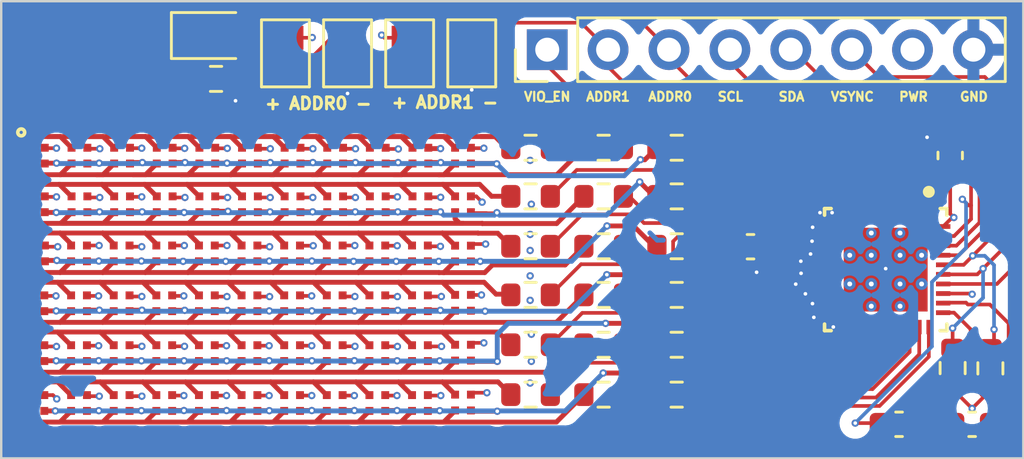
<source format=kicad_pcb>
(kicad_pcb (version 20221018) (generator pcbnew)
  (layers (0 "F.Cu" signal) (1 "In1.Cu" signal) (2 "In2.Cu" signal) (31 "B.Cu" signal) (34 "B.Paste" user) (35 "F.Paste" user) (36 "B.SilkS" user "B.Silkscreen") (37 "F.SilkS" user "F.Silkscreen") (38 "B.Mask" user) (39 "F.Mask" user) (44 "Edge.Cuts" user))
  (net 0 "")
  (net 1 "+5V")
  (net 2 "GND")
  (net 3 "Net-(U1-VCAP)")
  (net 4 "/VIO_EN")
  (net 5 "/I2C_SDA")
  (net 6 "/I2C_SCL")
  (net 7 "/VSYNC")
  (net 8 "/ADDR0")
  (net 9 "/ADDR1")
  (net 10 "/SW0")
  (net 11 "/SW1")
  (net 12 "/SW2")
  (net 13 "/SW3")
  (net 14 "/SW4")
  (net 15 "/SW5")
  (net 16 "/SW6")
  (net 17 "/SW7")
  (net 18 "/SW8")
  (net 19 "/SW9")
  (net 20 "/SW10")
  (net 21 "/CS0")
  (net 22 "/CS1")
  (net 23 "/CS2")
  (net 24 "/CS3")
  (net 25 "/CS4")
  (net 26 "/CS5")
  (net 27 "/CS6")
  (net 28 "/CS7")
  (net 29 "/CS8")
  (net 30 "/CS9")
  (net 31 "/CS10")
  (net 32 "/CS11")
  (net 33 "/CS12")
  (net 34 "/CS13")
  (net 35 "/CS14")
  (net 36 "/CS15")
  (net 37 "/CS16")
  (net 38 "/CS17")
  (net 39 "Net-(U1-CS17)")
  (net 40 "Net-(U1-CS16)")
  (net 41 "Net-(U1-CS15)")
  (net 42 "Net-(U1-CS14)")
  (net 43 "Net-(U1-CS13)")
  (net 44 "Net-(U1-CS12)")
  (net 45 "Net-(U1-CS11)")
  (net 46 "Net-(U1-CS10)")
  (net 47 "Net-(U1-CS9)")
  (net 48 "Net-(U1-CS8)")
  (net 49 "Net-(U1-CS7)")
  (net 50 "Net-(U1-CS6)")
  (net 51 "Net-(U1-CS5)")
  (net 52 "Net-(U1-CS4)")
  (net 53 "Net-(U1-CS3)")
  (net 54 "Net-(U1-CS2)")
  (net 55 "Net-(U1-CS1)")
  (net 56 "Net-(U1-CS0)")
  (net 57 "Net-(D1-K)")
  (footprint "Capacitor_SMD:C_0603_1608Metric" (layer "F.Cu") (at 194.003093 63.246 180)
    (fp_text reference "C1" hide)
    (fp_text value "1uF" hide)
  )
  (footprint "lp5860_and_led:rgb_led" (layer "F.Cu") (at 178.451694 59.441199)
    (fp_text reference "LED2-0" hide)
    (fp_text value "UHD111A-FKA-C3K23E1L3VG5ZB3Z3" hide)
  )
  (footprint "Resistor_SMD:R_0603_1608Metric" (layer "F.Cu") (at 204.010693 68.326 90)
    (fp_text reference "R20" hide)
    (fp_text value "4.7k" hide)
  )
  (footprint "Resistor_SMD:R_0603_1608Metric" (layer "F.Cu") (at 190.922893 63.226 180)
    (fp_text reference "R10" hide)
    (fp_text value "R" hide)
  )
  (footprint "lp5860_and_led:rgb_led" (layer "F.Cu") (at 164.227292 59.441199)
    (fp_text reference "LED7-0" hide)
    (fp_text value "UHD111A-FKA-C3K23E1L3VG5ZB3Z3" hide)
  )
  (footprint "lp5860_and_led:rgb_led" (layer "F.Cu") (at 180.211094 67.690799)
    (fp_text reference "LED1-4" hide)
    (fp_text value "UHD111A-FKA-C3K23E1L3VG5ZB3Z3" hide)
  )
  (footprint "lp5860_and_led:rgb_led" (layer "F.Cu") (at 169.543094 65.607999)
    (fp_text reference "LED5-3" hide)
    (fp_text value "UHD111A-FKA-C3K23E1L3VG5ZB3Z3" hide)
  )
  (footprint "lp5860_and_led:rgb_led" (layer "F.Cu") (at 164.234293 63.525199)
    (fp_text reference "LED7-2" hide)
    (fp_text value "UHD111A-FKA-C3K23E1L3VG5ZB3Z3" hide)
  )
  (footprint "lp5860_and_led:rgb_led" (layer "F.Cu") (at 180.211094 65.607999)
    (fp_text reference "LED1-3" hide)
    (fp_text value "UHD111A-FKA-C3K23E1L3VG5ZB3Z3" hide)
  )
  (footprint "lp5860_and_led:rgb_led" (layer "F.Cu") (at 182.007694 65.587999)
    (fp_text reference "LED0-3" hide)
    (fp_text value "UHD111A-FKA-C3K23E1L3VG5ZB3Z3" hide)
  )
  (footprint "lp5860_and_led:rgb_led" (layer "F.Cu") (at 178.433094 65.607999)
    (fp_text reference "LED2-3" hide)
    (fp_text value "UHD111A-FKA-C3K23E1L3VG5ZB3Z3" hide)
  )
  (footprint "Resistor_SMD:R_0603_1608Metric" (layer "F.Cu") (at 184.826893 63.226 180)
    (fp_text reference "R12" hide)
    (fp_text value "R" hide)
  )
  (footprint "lp5860_and_led:rgb_led" (layer "F.Cu") (at 174.895694 59.441199)
    (fp_text reference "LED10-0" hide)
    (fp_text value "UHD111A-FKA-C3K23E1L3VG5ZB3Z3" hide)
  )
  (footprint "lp5860_and_led:rgb_led" (layer "F.Cu") (at 169.561694 59.441199)
    (fp_text reference "LED5-0" hide)
    (fp_text value "UHD111A-FKA-C3K23E1L3VG5ZB3Z3" hide)
  )
  (footprint "Connector_PinHeader_2.54mm:PinHeader_1x08_P2.54mm_Vertical" (layer "F.Cu") (at 185.5216 55.0164 90)
    (fp_text reference "J1" hide)
    (fp_text value "Conn_01x08_Pin" hide)
  )
  (footprint "lp5860_and_led:rgb_led" (layer "F.Cu") (at 180.211094 69.773599)
    (fp_text reference "LED1-5" hide)
    (fp_text value "UHD111A-FKA-C3K23E1L3VG5ZB3Z3" hide)
  )
  (footprint "lp5860_and_led:rgb_led" (layer "F.Cu") (at 169.543094 63.525199)
    (fp_text reference "LED5-2" hide)
    (fp_text value "UHD111A-FKA-C3K23E1L3VG5ZB3Z3" hide)
  )
  (footprint "lp5860_and_led:rgb_led" (layer "F.Cu") (at 167.765094 65.607999)
    (fp_text reference "LED6-3" hide)
    (fp_text value "UHD111A-FKA-C3K23E1L3VG5ZB3Z3" hide)
  )
  (footprint "lp5860_and_led:rgb_led" (layer "F.Cu") (at 164.209094 65.607999)
    (fp_text reference "LED7-3" hide)
    (fp_text value "UHD111A-FKA-C3K23E1L3VG5ZB3Z3" hide)
  )
  (footprint "lp5860_and_led:rgb_led" (layer "F.Cu") (at 178.433094 67.690799)
    (fp_text reference "LED2-4" hide)
    (fp_text value "UHD111A-FKA-C3K23E1L3VG5ZB3Z3" hide)
  )
  (footprint "lp5860_and_led:rgb_led" (layer "F.Cu") (at 174.895292 61.473199)
    (fp_text reference "LED10-1" hide)
    (fp_text value "UHD111A-FKA-C3K23E1L3VG5ZB3Z3" hide)
  )
  (footprint "Resistor_SMD:R_0603_1608Metric" (layer "F.Cu") (at 184.826893 61.1432 180)
    (fp_text reference "R15" hide)
    (fp_text value "R" hide)
  )
  (footprint "Resistor_SMD:R_0603_1608Metric" (layer "F.Cu") (at 187.874893 69.4236 180)
    (fp_text reference "R2" hide)
    (fp_text value "R" hide)
  )
  (footprint "Resistor_SMD:R_0603_1608Metric" (layer "F.Cu") (at 184.826893 67.3408 180)
    (fp_text reference "R6" hide)
    (fp_text value "R" hide)
  )
  (footprint "lp5860_and_led:rgb_led" (layer "F.Cu") (at 174.877094 69.773599)
    (fp_text reference "LED10-5" hide)
    (fp_text value "UHD111A-FKA-C3K23E1L3VG5ZB3Z3" hide)
  )
  (footprint "Resistor_SMD:R_0603_1608Metric" (layer "F.Cu") (at 187.874893 63.226 180)
    (fp_text reference "R11" hide)
    (fp_text value "R" hide)
  )
  (footprint "lp5860_and_led:rgb_led" (layer "F.Cu") (at 176.655094 67.690799)
    (fp_text reference "LED4-4" hide)
    (fp_text value "UHD111A-FKA-C3K23E1L3VG5ZB3Z3" hide)
  )
  (footprint "lp5860_and_led:rgb_led" (layer "F.Cu") (at 171.321094 65.607999)
    (fp_text reference "LED9-3" hide)
    (fp_text value "UHD111A-FKA-C3K23E1L3VG5ZB3Z3" hide)
  )
  (footprint "lp5860_and_led:rgb_led" (layer "F.Cu") (at 166.005694 61.473199)
    (fp_text reference "LED8-1" hide)
    (fp_text value "UHD111A-FKA-C3K23E1L3VG5ZB3Z3" hide)
  )
  (footprint "Resistor_SMD:R_0603_1608Metric" (layer "F.Cu") (at 187.874893 65.258 180)
    (fp_text reference "R8" hide)
    (fp_text value "R" hide)
  )
  (footprint "lp5860_and_led:rgb_led" (layer "F.Cu") (at 182.007292 61.473199)
    (fp_text reference "LED0-1" hide)
    (fp_text value "UHD111A-FKA-C3K23E1L3VG5ZB3Z3" hide)
  )
  (footprint "Resistor_SMD:R_0603_1608Metric" (layer "F.Cu") (at 190.922893 67.3408 180)
    (fp_text reference "R4" hide)
    (fp_text value "R" hide)
  )
  (footprint "Resistor_SMD:R_0603_1608Metric" (layer "F.Cu") (at 184.826893 69.4236 180)
    (fp_text reference "R3" hide)
    (fp_text value "R" hide)
  )
  (footprint "lp5860_and_led:rgb_led" (layer "F.Cu") (at 167.783694 59.441199)
    (fp_text reference "LED6-0" hide)
    (fp_text value "UHD111A-FKA-C3K23E1L3VG5ZB3Z3" hide)
  )
  (footprint "lp5860_and_led:rgb_led" (layer "F.Cu") (at 176.673694 59.441199)
    (fp_text reference "LED4-0" hide)
    (fp_text value "UHD111A-FKA-C3K23E1L3VG5ZB3Z3" hide)
  )
  (footprint "LED_SMD:LED_0805_2012Metric" (layer "F.Cu") (at 171.5254 54.4258)
    (fp_text reference "D1" hide)
    (fp_text value "LED" hide)
  )
  (footprint "lp5860_and_led:rgb_led" (layer "F.Cu") (at 171.339694 59.441199)
    (fp_text reference "LED9-0" hide)
    (fp_text value "UHD111A-FKA-C3K23E1L3VG5ZB3Z3" hide)
  )
  (footprint "Resistor_SMD:R_0603_1608Metric" (layer "F.Cu") (at 187.874893 61.1432 180)
    (fp_text reference "R14" hide)
    (fp_text value "R" hide)
  )
  (footprint "lp5860_and_led:rgb_led" (layer "F.Cu") (at 169.561694 61.473199)
    (fp_text reference "LED5-1" hide)
    (fp_text value "UHD111A-FKA-C3K23E1L3VG5ZB3Z3" hide)
  )
  (footprint "Jumper:SolderJumper-2_P1.3mm_Open_Pad1.0x1.5mm" (layer "F.Cu") (at 177.1904 55.1688 90)
    (fp_text reference "JP2" hide)
    (fp_text value "SolderJumper_2_Open" hide)
  )
  (footprint "lp5860_and_led:rgb_led" (layer "F.Cu") (at 171.339694 61.473199)
    (fp_text reference "LED9-1" hide)
    (fp_text value "UHD111A-FKA-C3K23E1L3VG5ZB3Z3" hide)
  )
  (footprint "lp5860_and_led:rgb_led" (layer "F.Cu") (at 173.099094 69.773599)
    (fp_text reference "LED3-5" hide)
    (fp_text value "UHD111A-FKA-C3K23E1L3VG5ZB3Z3" hide)
  )
  (footprint "Capacitor_SMD:C_0603_1608Metric" (layer "F.Cu") (at 203.248693 70.6628 180)
    (fp_text reference "C3" hide)
    (fp_text value "1uF" hide)
  )
  (footprint "Resistor_SMD:R_0603_1608Metric" (layer "F.Cu") (at 187.874893 67.3408 180)
    (fp_text reference "R5" hide)
    (fp_text value "R" hide)
  )
  (footprint "lp5860_and_led:lp5860" (layer "F.Cu") (at 199.641893 64.201599 -90)
    (fp_text reference "U1" hide)
    (fp_text value "LP5860RKPR" hide)
  )
  (footprint "Resistor_SMD:R_0603_1608Metric" (layer "F.Cu") (at 190.922893 65.258 180)
    (fp_text reference "R7" hide)
    (fp_text value "R" hide)
  )
  (footprint "lp5860_and_led:rgb_led" (layer "F.Cu") (at 164.209094 67.690799)
    (fp_text reference "LED7-4" hide)
    (fp_text value "UHD111A-FKA-C3K23E1L3VG5ZB3Z3" hide)
  )
  (footprint "lp5860_and_led:rgb_led" (layer "F.Cu") (at 165.987094 67.690799)
    (fp_text reference "LED8-4" hide)
    (fp_text value "UHD111A-FKA-C3K23E1L3VG5ZB3Z3" hide)
  )
  (footprint "Resistor_SMD:R_0603_1608Metric" (layer "F.Cu") (at 184.826893 65.258 180)
    (fp_text reference "R9" hide)
    (fp_text value "R" hide)
  )
  (footprint "lp5860_and_led:rgb_led" (layer "F.Cu") (at 182.007694 69.753599)
    (fp_text reference "LED0-5" hide)
    (fp_text value "UHD111A-FKA-C3K23E1L3VG5ZB3Z3" hide)
  )
  (footprint "Resistor_SMD:R_0603_1608Metric" (layer "F.Cu") (at 171.704 56.2356)
    (fp_text reference "R21" hide)
    (fp_text value "R" hide)
  )
  (footprint "Jumper:SolderJumper-2_P1.3mm_Open_Pad1.0x1.5mm" (layer "F.Cu") (at 174.5996 55.1688 90)
    (fp_text reference "JP1" hide)
    (fp_text value "SolderJumper_2_Open" hide)
  )
  (footprint "lp5860_and_led:rgb_led" (layer "F.Cu") (at 182.007292 59.441601)
    (fp_text reference "LED0-0" hide)
    (fp_text value "UHD111A-FKA-C3K23E1L3VG5ZB3Z3" hide)
  )
  (footprint "lp5860_and_led:rgb_led" (layer "F.Cu") (at 164.209094 69.773599)
    (fp_text reference "LED7-5" hide)
    (fp_text value "UHD111A-FKA-C3K23E1L3VG5ZB3Z3" hide)
  )
  (footprint "Resistor_SMD:R_0603_1608Metric" (layer "F.Cu") (at 190.922893 61.1432 180)
    (fp_text reference "R13" hide)
    (fp_text value "R" hide)
  )
  (footprint "lp5860_and_led:rgb_led" (layer "F.Cu") (at 174.876692 63.525199)
    (fp_text reference "LED10-2" hide)
    (fp_text value "UHD111A-FKA-C3K23E1L3VG5ZB3Z3" hide)
  )
  (footprint "Capacitor_SMD:C_0603_1608Metric" (layer "F.Cu") (at 200.200693 70.6628)
    (fp_text reference "C4" hide)
    (fp_text value "1nF" hide)
  )
  (footprint "lp5860_and_led:rgb_led" (layer "F.Cu") (at 164.227694 61.473199)
    (fp_text reference "LED7-1" hide)
    (fp_text value "UHD111A-FKA-C3K23E1L3VG5ZB3Z3" hide)
  )
  (footprint "lp5860_and_led:rgb_led" (layer "F.Cu") (at 173.117694 59.441199)
    (fp_text reference "LED3-0" hide)
    (fp_text value "UHD111A-FKA-C3K23E1L3VG5ZB3Z3" hide)
  )
  (footprint "Resistor_SMD:R_0603_1608Metric" (layer "F.Cu") (at 184.826893 59.1112 180)
    (fp_text reference "R18" hide)
    (fp_text value "R" hide)
  )
  (footprint "lp5860_and_led:rgb_led" (layer "F.Cu") (at 182.007292 63.5308)
    (fp_text reference "LED0-2" hide)
    (fp_text value "UHD111A-FKA-C3K23E1L3VG5ZB3Z3" hide)
  )
  (footprint "lp5860_and_led:rgb_led" (layer "F.Cu") (at 169.543094 69.773599)
    (fp_text reference "LED5-5" hide)
    (fp_text value "UHD111A-FKA-C3K23E1L3VG5ZB3Z3" hide)
  )
  (footprint "Resistor_SMD:R_0603_1608Metric" (layer "F.Cu") (at 187.874893 59.1112 180)
    (fp_text reference "R17" hide)
    (fp_text value "R" hide)
  )
  (footprint "Capacitor_SMD:C_0603_1608Metric" (layer "F.Cu") (at 202.334293 59.436 90)
    (fp_text reference "C2" hide)
    (fp_text value "1uF" hide)
  )
  (footprint "lp5860_and_led:rgb_led" (layer "F.Cu") (at 176.673694 61.473199)
    (fp_text reference "LED4-1" hide)
    (fp_text value "UHD111A-FKA-C3K23E1L3VG5ZB3Z3" hide)
  )
  (footprint "lp5860_and_led:rgb_led" (layer "F.Cu") (at 173.099094 67.690799)
    (fp_text reference "LED3-4" hide)
    (fp_text value "UHD111A-FKA-C3K23E1L3VG5ZB3Z3" hide)
  )
  (footprint "lp5860_and_led:rgb_led" (layer "F.Cu") (at 174.877094 65.607999)
    (fp_text reference "LED10-3" hide)
    (fp_text value "UHD111A-FKA-C3K23E1L3VG5ZB3Z3" hide)
  )
  (footprint "lp5860_and_led:rgb_led" (layer "F.Cu") (at 180.229694 61.473199)
    (fp_text reference "LED1-1" hide)
    (fp_text value "UHD111A-FKA-C3K23E1L3VG5ZB3Z3" hide)
  )
  (footprint "lp5860_and_led:rgb_led" (layer "F.Cu") (at 174.877094 67.690799)
    (fp_text reference "LED10-4" hide)
    (fp_text value "UHD111A-FKA-C3K23E1L3VG5ZB3Z3" hide)
  )
  (footprint "lp5860_and_led:rgb_led" (layer "F.Cu") (at 169.543094 67.690799)
    (fp_text reference "LED5-4" hide)
    (fp_text value "UHD111A-FKA-C3K23E1L3VG5ZB3Z3" hide)
  )
  (footprint "lp5860_and_led:rgb_led" (layer "F.Cu") (at 176.655094 63.525199)
    (fp_text reference "LED4-2" hide)
    (fp_text value "UHD111A-FKA-C3K23E1L3VG5ZB3Z3" hide)
  )
  (footprint "lp5860_and_led:rgb_led" (layer "F.Cu") (at 182.007694 67.670799)
    (fp_text reference "LED0-4" hide)
    (fp_text value "UHD111A-FKA-C3K23E1L3VG5ZB3Z3" hide)
  )
  (footprint "Jumper:SolderJumper-2_P1.3mm_Open_Pad1.0x1.5mm" (layer "F.Cu") (at 182.372 55.1688 90)
    (fp_text reference "JP4" hide)
    (fp_text value "SolderJumper_2_Open" hide)
  )
  (footprint "lp5860_and_led:rgb_led" (layer "F.Cu") (at 176.655094 65.607999)
    (fp_text reference "LED4-3" hide)
    (fp_text value "UHD111A-FKA-C3K23E1L3VG5ZB3Z3" hide)
  )
  (footprint "lp5860_and_led:rgb_led" (layer "F.Cu") (at 173.099094 65.607999)
    (fp_text reference "LED3-3" hide)
    (fp_text value "UHD111A-FKA-C3K23E1L3VG5ZB3Z3" hide)
  )
  (footprint "lp5860_and_led:rgb_led" (layer "F.Cu") (at 165.987094 69.773599)
    (fp_text reference "LED8-5" hide)
    (fp_text value "UHD111A-FKA-C3K23E1L3VG5ZB3Z3" hide)
  )
  (footprint "lp5860_and_led:rgb_led" (layer "F.Cu") (at 167.765094 67.690799)
    (fp_text reference "LED6-4" hide)
    (fp_text value "UHD111A-FKA-C3K23E1L3VG5ZB3Z3" hide)
  )
  (footprint "lp5860_and_led:rgb_led" (layer "F.Cu") (at 166.005292 59.441199)
    (fp_text reference "LED8-0" hide)
    (fp_text value "UHD111A-FKA-C3K23E1L3VG5ZB3Z3" hide)
  )
  (footprint "lp5860_and_led:rgb_led" (layer "F.Cu") (at 173.117694 61.473199)
    (fp_text reference "LED3-1" hide)
    (fp_text value "UHD111A-FKA-C3K23E1L3VG5ZB3Z3" hide)
  )
  (footprint "lp5860_and_led:rgb_led" (layer "F.Cu") (at 171.321094 69.773599)
    (fp_text reference "LED9-5" hide)
    (fp_text value "UHD111A-FKA-C3K23E1L3VG5ZB3Z3" hide)
  )
  (footprint "lp5860_and_led:rgb_led" (layer "F.Cu") (at 178.433094 69.773599)
    (fp_text reference "LED2-5" hide)
    (fp_text value "UHD111A-FKA-C3K23E1L3VG5ZB3Z3" hide)
  )
  (footprint "lp5860_and_led:rgb_led" (layer "F.Cu") (at 167.765094 69.773599)
    (fp_text reference "LED6-5" hide)
    (fp_text value "UHD111A-FKA-C3K23E1L3VG5ZB3Z3" hide)
  )
  (footprint "lp5860_and_led:rgb_led" (layer "F.Cu") (at 165.987094 63.525199)
    (fp_text reference "LED8-2" hide)
    (fp_text value "UHD111A-FKA-C3K23E1L3VG5ZB3Z3" hide)
  )
  (footprint "lp5860_and_led:rgb_led" (layer "F.Cu") (at 180.229694 59.441199)
    (fp_text reference "LED1-0" hide)
    (fp_text value "UHD111A-FKA-C3K23E1L3VG5ZB3Z3" hide)
  )
  (footprint "lp5860_and_led:rgb_led" (layer "F.Cu") (at 171.321094 63.525199)
    (fp_text reference "LED9-2" hide)
    (fp_text value "UHD111A-FKA-C3K23E1L3VG5ZB3Z3" hide)
  )
  (footprint "lp5860_and_led:rgb_led" (layer "F.Cu") (at 176.655094 69.773599)
    (fp_text reference "LED4-5" hide)
    (fp_text value "UHD111A-FKA-C3K23E1L3VG5ZB3Z3" hide)
  )
  (footprint "lp5860_and_led:rgb_led" (layer "F.Cu") (at 165.987094 65.607999)
    (fp_text reference "LED8-3" hide)
    (fp_text value "UHD111A-FKA-C3K23E1L3VG5ZB3Z3" hide)
  )
  (footprint "Resistor_SMD:R_0603_1608Metric" (layer "F.Cu") (at 190.922893 59.1112 180)
    (fp_text reference "R16" hide)
    (fp_text value "R" hide)
  )
  (footprint "lp5860_and_led:rgb_led" (layer "F.Cu") (at 180.210692 63.525199)
    (fp_text reference "LED1-2" hide)
    (fp_text value "UHD111A-FKA-C3K23E1L3VG5ZB3Z3" hide)
  )
  (footprint "lp5860_and_led:rgb_led" (layer "F.Cu") (at 173.099094 63.525199)
    (fp_text reference "LED3-2" hide)
    (fp_text value "UHD111A-FKA-C3K23E1L3VG5ZB3Z3" hide)
  )
  (footprint "Resistor_SMD:R_0603_1608Metric" (layer "F.Cu") (at 190.922893 69.4236 180)
    (fp_text reference "R1" hide)
    (fp_text value "R" hide)
  )
  (footprint "lp5860_and_led:rgb_led" (layer "F.Cu") (at 171.320692 67.690799)
    (fp_text reference "LED9-4" hide)
    (fp_text value "UHD111A-FKA-C3K23E1L3VG5ZB3Z3" hide)
  )
  (footprint "Jumper:SolderJumper-2_P1.3mm_Open_Pad1.0x1.5mm" (layer "F.Cu") (at 179.7812 55.1688 90)
    (fp_text reference "JP3" hide)
    (fp_text value "SolderJumper_2_Open" hide)
  )
  (footprint "lp5860_and_led:rgb_led" (layer "F.Cu") (at 178.433094 63.525199)
    (fp_text reference "LED2-2" hide)
    (fp_text value "UHD111A-FKA-C3K23E1L3VG5ZB3Z3" hide)
  )
  (footprint "lp5860_and_led:rgb_led" (layer "F.Cu") (at 178.451694 61.473199)
    (fp_text reference "LED2-1" hide)
    (fp_text value "UHD111A-FKA-C3K23E1L3VG5ZB3Z3" hide)
  )
  (footprint "Resistor_SMD:R_0603_1608Metric" (layer "F.Cu") (at 202.435893 68.3138 90)
    (fp_text reference "R19" hide)
    (fp_text value "4.7k" hide)
  )
  (footprint "lp5860_and_led:rgb_led" (layer "F.Cu") (at 167.783694 61.473199)
    (fp_text reference "LED6-1" hide)
    (fp_text value "UHD111A-FKA-C3K23E1L3VG5ZB3Z3" hide)
  )
  (footprint "lp5860_and_led:rgb_led" (layer "F.Cu") (at 167.764692 63.525199)
    (fp_text reference "LED6-2" hide)
    (fp_text value "UHD111A-FKA-C3K23E1L3VG5ZB3Z3" hide)
  )
  (gr_circle (center 163.576 58.4708) (end 163.6776 58.5724) (stroke (width 0.15)) (fill none) (layer "F.SilkS"))
  (gr_rect (start 162.740349 52.991051) (end 205.3844 72.0852) (stroke (width 0.1)) (fill none) (layer "Edge.Cuts"))
  (gr_text "VSYNC" (at 197.3072 57.2008) (layer "F.SilkS") (effects (font (size 0.375 0.375) (thickness 0.09375)) (justify left bottom)))
  (gr_text "GND" (at 202.692 57.2008) (layer "F.SilkS") (effects (font (size 0.375 0.375) (thickness 0.09375)) (justify left bottom)))
  (gr_text "ADDR0" (at 189.6872 57.2008) (layer "F.SilkS") (effects (font (size 0.375 0.375) (thickness 0.09375)) (justify left bottom)))
  (gr_text "ADDR1" (at 187.0964 57.2008) (layer "F.SilkS") (effects (font (size 0.375 0.375) (thickness 0.09375)) (justify left bottom)))
  (gr_text "+ ADDR0 -" (at 173.6852 57.5564) (layer "F.SilkS") (effects (font (size 0.5 0.5) (thickness 0.125)) (justify left bottom)))
  (gr_text "SCL" (at 192.5828 57.2008) (layer "F.SilkS") (effects (font (size 0.375 0.375) (thickness 0.09375)) (justify left bottom)))
  (gr_text "SDA" (at 195.1228 57.2008) (layer "F.SilkS") (effects (font (size 0.375 0.375) (thickness 0.09375)) (justify left bottom)))
  (gr_text "+ ADDR1 -" (at 178.9684 57.5056) (layer "F.SilkS") (effects (font (size 0.5 0.5) (thickness 0.125)) (justify left bottom)))
  (gr_text "PWR" (at 200.152 57.2008) (layer "F.SilkS") (effects (font (size 0.375 0.375) (thickness 0.09375)) (justify left bottom)))
  (gr_text "VIO_EN" (at 184.5056 57.2008) (layer "F.SilkS") (effects (font (size 0.375 0.375) (thickness 0.09375)) (justify left bottom)))
  (segment (start 202.334293 61.8744) (end 202.486693 62.0268) (width 0.1524) (layer "F.Cu") (net 1))
  (segment (start 202.334293 60.211) (end 202.334293 61.8744) (width 0.1524) (layer "F.Cu") (net 1))
  (segment (start 175.7068 54.5188) (end 174.5996 54.5188) (width 0.1524) (layer "F.Cu") (net 1))
  (segment (start 196.869212 64.401599) (end 197.241893 64.401599) (width 0.1524) (layer "F.Cu") (net 1))
  (segment (start 174.5996 54.5188) (end 172.5559 54.5188) (width 0.1524) (layer "F.Cu") (net 1))
  (segment (start 196.154889 64.355731) (end 196.173878 64.336742) (width 0.1524) (layer "F.Cu") (net 1))
  (segment (start 195.887824 64.355731) (end 194.778093 63.246) (width 0.1524) (layer "F.Cu") (net 1))
  (segment (start 175.7172 54.5084) (end 175.7068 54.5188) (width 0.1524) (layer "F.Cu") (net 1))
  (segment (start 196.173878 64.336742) (end 196.804355 64.336742) (width 0.1524) (layer "F.Cu") (net 1))
  (segment (start 202.435893 69.1896) (end 203.248693 70.0024) (width 0.1524) (layer "F.Cu") (net 1))
  (segment (start 202.435893 69.1388) (end 202.435893 69.1896) (width 0.1524) (layer "F.Cu") (net 1))
  (segment (start 196.112304 64.355731) (end 196.154889 64.355731) (width 0.1524) (layer "F.Cu") (net 1))
  (segment (start 178.7248 54.5188) (end 179.7812 54.5188) (width 0.1524) (layer "F.Cu") (net 1))
  (segment (start 196.804355 64.336742) (end 196.869212 64.401599) (width 0.1524) (layer "F.Cu") (net 1))
  (segment (start 204.010693 69.151) (end 204.010693 69.2404) (width 0.1524) (layer "F.Cu") (net 1))
  (segment (start 172.5559 54.5188) (end 172.4629 54.4258) (width 0.1524) (layer "F.Cu") (net 1))
  (segment (start 178.6128 54.4068) (end 178.7248 54.5188) (width 0.1524) (layer "F.Cu") (net 1))
  (segment (start 202.416693 62.0268) (end 202.041893 62.4016) (width 0.1524) (layer "F.Cu") (net 1))
  (segment (start 196.112304 64.355731) (end 195.887824 64.355731) (width 0.1524) (layer "F.Cu") (net 1))
  (segment (start 202.486693 62.0268) (end 202.416693 62.0268) (width 0.1524) (layer "F.Cu") (net 1))
  (segment (start 204.010693 69.2404) (end 203.248693 70.0024) (width 0.1524) (layer "F.Cu") (net 1))
  (via (at 178.6128 54.4068) (size 0.3048) (drill 0.1524) (layers "F.Cu" "B.Cu") (net 1))
  (via (at 203.248693 70.0024) (size 0.3048) (drill 0.1524) (layers "F.Cu" "B.Cu") (net 1))
  (via (at 202.486693 62.0268) (size 0.3048) (drill 0.1524) (layers "F.Cu" "B.Cu") (net 1))
  (via micro (at 196.112304 64.355731) (size 0.3048) (drill 0.1524) (layers "F.Cu" "In2.Cu") (net 1))
  (via (at 175.7172 54.5084) (size 0.3048) (drill 0.1524) (layers "F.Cu" "B.Cu") (net 1))
  (segment (start 172.529 56.2356) (end 172.529 57.1378) (width 0.1524) (layer "F.Cu") (net 2))
  (segment (start 201.958103 68.4626) (end 201.673893 68.74681) (width 0.1524) (layer "F.Cu") (net 2))
  (segment (start 200.975693 70.6628) (end 202.473693 70.6628) (width 0.1524) (layer "F.Cu") (net 2))
  (segment (start 201.673893 69.863) (end 202.473693 70.6628) (width 0.1524) (layer "F.Cu") (net 2))
  (segment (start 201.382093 58.661) (end 202.334293 58.661) (width 0.1524) (layer "F.Cu") (net 2))
  (segment (start 182.372 56.6928) (end 182.372 55.8188) (width 0.1524) (layer "F.Cu") (net 2))
  (segment (start 193.228093 63.2838) (end 194.257093 64.3128) (width 0.1524) (layer "F.Cu") (net 2))
  (segment (start 202.041893 66.001598) (end 202.494292 66.001598) (width 0.1524) (layer "F.Cu") (net 2))
  (segment (start 203.187093 66.694399) (end 203.187093 67.89159) (width 0.1524) (layer "F.Cu") (net 2))
  (segment (start 203.248693 65.230198) (end 203.220095 65.2016) (width 0.1524) (layer "F.Cu") (net 2))
  (segment (start 202.616083 68.4626) (end 201.958103 68.4626) (width 0.1524) (layer "F.Cu") (net 2))
  (segment (start 202.494292 66.001598) (end 203.187093 66.694399) (width 0.1524) (layer "F.Cu") (net 2))
  (segment (start 199.641893 64.201599) (end 199.641893 64.1604) (width 0.1524) (layer "F.Cu") (net 2))
  (segment (start 177.1904 56.8452) (end 177.1904 55.8188) (width 0.1524) (layer "F.Cu") (net 2))
  (segment (start 193.228093 63.246) (end 193.228093 63.2838) (width 0.1524) (layer "F.Cu") (net 2))
  (segment (start 172.529 57.1378) (end 172.5168 57.15) (width 0.1524) (layer "F.Cu") (net 2))
  (segment (start 203.187093 67.89159) (end 202.616083 68.4626) (width 0.1524) (layer "F.Cu") (net 2))
  (segment (start 201.369093 58.674) (end 201.382093 58.661) (width 0.1524) (layer "F.Cu") (net 2))
  (segment (start 203.220095 65.2016) (end 202.041893 65.2016) (width 0.1524) (layer "F.Cu") (net 2))
  (segment (start 201.673893 68.74681) (end 201.673893 69.863) (width 0.1524) (layer "F.Cu") (net 2))
  (via (at 177.1904 56.8452) (size 0.3048) (drill 0.1524) (layers "F.Cu" "B.Cu") (net 2))
  (via (at 201.369093 58.674) (size 0.3048) (drill 0.1524) (layers "F.Cu" "B.Cu") (net 2))
  (via (at 199.641893 64.1604) (size 0.3048) (drill 0.1524) (layers "F.Cu" "B.Cu") (net 2))
  (via (at 182.372 56.6928) (size 0.3048) (drill 0.1524) (layers "F.Cu" "B.Cu") (net 2))
  (via (at 203.248693 65.230198) (size 0.3048) (drill 0.1524) (layers "F.Cu" "B.Cu") (net 2))
  (via (at 172.5168 57.15) (size 0.3048) (drill 0.1524) (layers "F.Cu" "B.Cu") (net 2))
  (via (at 194.257093 64.3128) (size 0.3048) (drill 0.1524) (layers "F.Cu" "B.Cu") (net 2))
  (segment (start 204.772693 69.9138) (end 204.023693 70.6628) (width 0.1524) (layer "F.Cu") (net 3))
  (segment (start 202.060692 65.5828) (end 202.995163 65.5828) (width 0.1524) (layer "F.Cu") (net 3))
  (segment (start 202.041893 65.601599) (end 202.060692 65.5828) (width 0.1524) (layer "F.Cu") (net 3))
  (segment (start 203.071161 65.658798) (end 203.985091 65.658798) (width 0.1524) (layer "F.Cu") (net 3))
  (segment (start 204.772693 66.4464) (end 204.772693 69.9138) (width 0.1524) (layer "F.Cu") (net 3))
  (segment (start 203.985091 65.658798) (end 204.772693 66.4464) (width 0.1524) (layer "F.Cu") (net 3))
  (segment (start 202.995163 65.5828) (end 203.071161 65.658798) (width 0.1524) (layer "F.Cu") (net 3))
  (segment (start 192.442619 57.6552) (end 192.705819 57.9184) (width 0.1524) (layer "F.Cu") (net 4))
  (segment (start 203.096293 61.5188) (end 202.842293 61.2648) (width 0.1524) (layer "F.Cu") (net 4))
  (segment (start 202.494292 62.801599) (end 202.041893 62.801599) (width 0.1524) (layer "F.Cu") (net 4))
  (segment (start 203.204293 58.07344) (end 203.204293 61.5188) (width 0.1524) (layer "F.Cu") (net 4))
  (segment (start 185.5216 55.0164) (end 185.5216 55.678907) (width 0.1524) (layer "F.Cu") (net 4))
  (segment (start 185.5216 55.678907) (end 187.497893 57.6552) (width 0.1524) (layer "F.Cu") (net 4))
  (segment (start 192.705819 57.9184) (end 203.049253 57.9184) (width 0.1524) (layer "F.Cu") (net 4))
  (segment (start 199.374893 70.612) (end 199.425693 70.6628) (width 0.1524) (layer "F.Cu") (net 4))
  (segment (start 203.204293 61.5188) (end 203.096293 61.5188) (width 0.1524) (layer "F.Cu") (net 4))
  (segment (start 203.204293 62.091598) (end 202.494292 62.801599) (width 0.1524) (layer "F.Cu") (net 4))
  (segment (start 203.204293 61.5188) (end 203.204293 62.091598) (width 0.1524) (layer "F.Cu") (net 4))
  (segment (start 187.497893 57.6552) (end 192.442619 57.6552) (width 0.1524) (layer "F.Cu") (net 4))
  (segment (start 203.049253 57.9184) (end 203.204293 58.07344) (width 0.1524) (layer "F.Cu") (net 4))
  (segment (start 198.371893 70.612) (end 199.374893 70.612) (width 0.1524) (layer "F.Cu") (net 4))
  (via (at 202.842293 61.2648) (size 0.3048) (drill 0.1524) (layers "F.Cu" "B.Cu") (net 4))
  (via (at 198.371893 70.612) (size 0.3048) (drill 0.1524) (layers "F.Cu" "B.Cu") (net 4))
  (segment (start 202.994693 61.4172) (end 202.994693 63.297934) (width 0.1524) (layer "B.Cu") (net 4))
  (segment (start 202.994693 63.297934) (end 201.572293 64.720334) (width 0.1524) (layer "B.Cu") (net 4))
  (segment (start 202.842293 61.2648) (end 202.994693 61.4172) (width 0.1524) (layer "B.Cu") (net 4))
  (segment (start 201.572293 64.720334) (end 201.572293 67.4116) (width 0.1524) (layer "B.Cu") (net 4))
  (segment (start 201.572293 67.4116) (end 198.371893 70.612) (width 0.1524) (layer "B.Cu") (net 4))
  (segment (start 195.6816 55.0164) (end 195.781093 55.0164) (width 0.1524) (layer "F.Cu") (net 5))
  (segment (start 197.273493 56.5088) (end 203.633125 56.5088) (width 0.1524) (layer "F.Cu") (net 5))
  (segment (start 202.041893 64.401599) (end 203.464694 64.401599) (width 0.1524) (layer "F.Cu") (net 5))
  (segment (start 195.781093 55.0164) (end 197.273493 56.5088) (width 0.1524) (layer "F.Cu") (net 5))
  (segment (start 203.633125 56.5088) (end 204.623493 57.499168) (width 0.1524) (layer "F.Cu") (net 5))
  (segment (start 204.623493 63.2428) (end 203.705893 64.1604) (width 0.1524) (layer "F.Cu") (net 5))
  (segment (start 202.435893 66.6496) (end 202.435893 67.4888) (width 0.1524) (layer "F.Cu") (net 5))
  (segment (start 203.464694 64.401599) (end 203.705893 64.1604) (width 0.1524) (layer "F.Cu") (net 5))
  (segment (start 204.623493 57.499168) (end 204.623493 63.2428) (width 0.1524) (layer "F.Cu") (net 5))
  (via (at 202.435893 66.6496) (size 0.3048) (drill 0.1524) (layers "F.Cu" "B.Cu") (net 5))
  (via (at 203.705893 64.1604) (size 0.3048) (drill 0.1524) (layers "F.Cu" "B.Cu") (net 5))
  (segment (start 203.705893 64.1604) (end 203.705893 65.3796) (width 0.1524) (layer "B.Cu") (net 5))
  (segment (start 203.705893 65.3796) (end 202.435893 66.6496) (width 0.1524) (layer "B.Cu") (net 5))
  (segment (start 204.271093 62.627666) (end 203.326808 63.571951) (width 0.1524) (layer "F.Cu") (net 6))
  (segment (start 193.1416 55.526507) (end 194.476293 56.8612) (width 0.1524) (layer "F.Cu") (net 6))
  (segment (start 203.219044 63.571951) (end 203.272926 63.625833) (width 0.1524) (layer "F.Cu") (net 6))
  (segment (start 202.89716 64.001599) (end 202.041893 64.001599) (width 0.1524) (layer "F.Cu") (net 6))
  (segment (start 203.219044 63.679715) (end 202.89716 64.001599) (width 0.1524) (layer "F.Cu") (net 6))
  (segment (start 203.219044 63.571951) (end 203.219044 63.679715) (width 0.1524) (layer "F.Cu") (net 6))
  (segment (start 204.163093 66.7004) (end 204.163093 67.3486) (width 0.1524) (layer "F.Cu") (net 6))
  (segment (start 194.476293 56.8612) (end 203.487157 56.8612) (width 0.1524) (layer "F.Cu") (net 6))
  (segment (start 193.1416 55.0164) (end 193.1416 55.526507) (width 0.1524) (layer "F.Cu") (net 6))
  (segment (start 203.326808 63.571951) (end 203.219044 63.571951) (width 0.1524) (layer "F.Cu") (net 6))
  (segment (start 203.487157 56.8612) (end 204.271093 57.645136) (width 0.1524) (layer "F.Cu") (net 6))
  (segment (start 204.271093 57.645136) (end 204.271093 62.627666) (width 0.1524) (layer "F.Cu") (net 6))
  (segment (start 204.163093 67.3486) (end 204.010693 67.501) (width 0.1524) (layer "F.Cu") (net 6))
  (via (at 203.272926 63.625833) (size 0.3048) (drill 0.1524) (layers "F.Cu" "B.Cu") (net 6))
  (via (at 204.163093 66.7004) (size 0.3048) (drill 0.1524) (layers "F.Cu" "B.Cu") (net 6))
  (segment (start 203.777458 63.625833) (end 204.163093 64.011468) (width 0.1524) (layer "B.Cu") (net 6))
  (segment (start 204.163093 64.011468) (end 204.163093 66.7004) (width 0.1524) (layer "B.Cu") (net 6))
  (segment (start 203.272926 63.625833) (end 203.777458 63.625833) (width 0.1524) (layer "B.Cu") (net 6))
  (segment (start 204.975893 64.1096) (end 204.283895 64.801598) (width 0.1524) (layer "F.Cu") (net 7))
  (segment (start 198.2216 55.0164) (end 199.3616 56.1564) (width 0.1524) (layer "F.Cu") (net 7))
  (segment (start 204.975893 57.3532) (end 204.975893 64.1096) (width 0.1524) (layer "F.Cu") (net 7))
  (segment (start 204.283895 64.801598) (end 202.041893 64.801598) (width 0.1524) (layer "F.Cu") (net 7))
  (segment (start 203.779093 56.1564) (end 204.975893 57.3532) (width 0.1524) (layer "F.Cu") (net 7))
  (segment (start 199.3616 56.1564) (end 203.779093 56.1564) (width 0.1524) (layer "F.Cu") (net 7))
  (segment (start 178.1714 53.5378) (end 177.1904 54.5188) (width 0.1524) (layer "F.Cu") (net 8))
  (segment (start 192.997755 57.2136) (end 203.341189 57.2136) (width 0.1524) (layer "F.Cu") (net 8))
  (segment (start 189.123 53.5378) (end 178.1714 53.5378) (width 0.1524) (layer "F.Cu") (net 8))
  (segment (start 203.909093 62.383534) (end 202.691027 63.6016) (width 0.1524) (layer "F.Cu") (net 8))
  (segment (start 190.6016 55.0164) (end 189.123 53.5378) (width 0.1524) (layer "F.Cu") (net 8))
  (segment (start 192.177893 56.9504) (end 192.734555 56.9504) (width 0.1524) (layer "F.Cu") (net 8))
  (segment (start 203.909093 57.781504) (end 203.909093 62.383534) (width 0.1524) (layer "F.Cu") (net 8))
  (segment (start 190.6016 55.0164) (end 190.6016 55.374107) (width 0.1524) (layer "F.Cu") (net 8))
  (segment (start 175.2196 55.8188) (end 174.5996 55.8188) (width 0.1524) (layer "F.Cu") (net 8))
  (segment (start 190.6016 55.374107) (end 192.177893 56.9504) (width 0.1524) (layer "F.Cu") (net 8))
  (segment (start 176.5196 54.5188) (end 175.2196 55.8188) (width 0.1524) (layer "F.Cu") (net 8))
  (segment (start 202.691027 63.6016) (end 202.041893 63.6016) (width 0.1524) (layer "F.Cu") (net 8))
  (segment (start 177.1904 54.5188) (end 176.5196 54.5188) (width 0.1524) (layer "F.Cu") (net 8))
  (segment (start 192.734555 56.9504) (end 192.997755 57.2136) (width 0.1524) (layer "F.Cu") (net 8))
  (segment (start 203.341189 57.2136) (end 203.909093 57.781504) (width 0.1524) (layer "F.Cu") (net 8))
  (segment (start 188.0616 55.0164) (end 188.0616 55.729707) (width 0.1524) (layer "F.Cu") (net 9))
  (segment (start 188.0616 55.0164) (end 186.9354 53.8902) (width 0.1524) (layer "F.Cu") (net 9))
  (segment (start 180.452 55.8188) (end 179.7812 55.8188) (width 0.1524) (layer "F.Cu") (net 9))
  (segment (start 186.9354 53.8902) (end 183.0006 53.8902) (width 0.1524) (layer "F.Cu") (net 9))
  (segment (start 181.752 54.5188) (end 180.452 55.8188) (width 0.1524) (layer "F.Cu") (net 9))
  (segment (start 192.851787 57.566) (end 203.195221 57.566) (width 0.1524) (layer "F.Cu") (net 9))
  (segment (start 189.634693 57.3028) (end 192.588587 57.3028) (width 0.1524) (layer "F.Cu") (net 9))
  (segment (start 202.592661 63.201598) (end 202.041893 63.201598) (width 0.1524) (layer "F.Cu") (net 9))
  (segment (start 182.372 54.5188) (end 181.752 54.5188) (width 0.1524) (layer "F.Cu") (net 9))
  (segment (start 183.0006 53.8902) (end 182.372 54.5188) (width 0.1524) (layer "F.Cu") (net 9))
  (segment (start 203.195221 57.566) (end 203.556693 57.927472) (width 0.1524) (layer "F.Cu") (net 9))
  (segment (start 192.588587 57.3028) (end 192.851787 57.566) (width 0.1524) (layer "F.Cu") (net 9))
  (segment (start 203.556693 57.927472) (end 203.556693 62.237566) (width 0.1524) (layer "F.Cu") (net 9))
  (segment (start 188.0616 55.729707) (end 189.634693 57.3028) (width 0.1524) (layer "F.Cu") (net 9))
  (segment (start 203.556693 62.237566) (end 202.592661 63.201598) (width 0.1524) (layer "F.Cu") (net 9))
  (segment (start 182.340785 65.261092) (end 182.337693 65.258) (width 0.1524) (layer "F.Cu") (net 10))
  (segment (start 182.777732 65.261092) (end 182.340785 65.261092) (width 0.1524) (layer "F.Cu") (net 10))
  (segment (start 182.416595 67.261898) (end 182.337693 67.3408) (width 0.1524) (layer "F.Cu") (net 10))
  (segment (start 182.356889 59.1312) (end 182.337291 59.111602) (width 0.1524) (layer "F.Cu") (net 10))
  (segment (start 182.877893 59.1312) (end 182.356889 59.1312) (width 0.1524) (layer "F.Cu") (net 10))
  (segment (start 182.416595 69.344698) (end 182.337693 69.4236) (width 0.1524) (layer "F.Cu") (net 10))
  (segment (start 182.403292 63.1348) (end 182.337291 63.200801) (width 0.1524) (layer "F.Cu") (net 10))
  (segment (start 197.428694 61.801599) (end 197.406693 61.8236) (width 0.1524) (layer "F.Cu") (net 10))
  (segment (start 182.804814 61.385202) (end 182.562812 61.1432) (width 0.1524) (layer "F.Cu") (net 10))
  (segment (start 182.950726 63.1348) (end 182.403292 63.1348) (width 0.1524) (layer "F.Cu") (net 10))
  (segment (start 182.877893 67.261898) (end 182.416595 67.261898) (width 0.1524) (layer "F.Cu") (net 10))
  (segment (start 183.004655 69.344698) (end 182.416595 69.344698) (width 0.1524) (layer "F.Cu") (net 10))
  (segment (start 182.562812 61.1432) (end 182.337291 61.1432) (width 0.1524) (layer "F.Cu") (net 10))
  (segment (start 197.841894 61.801599) (end 197.428694 61.801599) (width 0.1524) (layer "F.Cu") (net 10))
  (segment (start 182.350393 59.0985) (end 182.337291 59.111602) (width 0.2032) (layer "F.Cu") (net 10))
  (via (at 182.804814 61.385202) (size 0.3048) (drill 0.1524) (layers "F.Cu" "B.Cu") (net 10))
  (via (at 183.004655 69.344698) (size 0.3048) (drill 0.1524) (layers "F.Cu" "B.Cu") (net 10))
  (via (at 182.777732 65.261092) (size 0.3048) (drill 0.1524) (layers "F.Cu" "B.Cu") (net 10))
  (via (at 182.877893 67.261898) (size 0.3048) (drill 0.1524) (layers "F.Cu" "B.Cu") (net 10))
  (via micro (at 197.406693 61.8236) (size 0.3048) (drill 0.1524) (layers "F.Cu" "In1.Cu") (net 10))
  (via (at 182.950726 63.1348) (size 0.3048) (drill 0.1524) (layers "F.Cu" "B.Cu") (net 10))
  (via (at 182.877893 59.1312) (size 0.3048) (drill 0.1524) (layers "F.Cu" "B.Cu") (net 10))
  (segment (start 190.110093 62.972) (end 189.805293 62.6672) (width 0.2032) (layer "B.Cu") (net 10))
  (segment (start 190.364093 62.972) (end 190.110093 62.972) (width 0.2032) (layer "B.Cu") (net 10))
  (segment (start 181.103317 65.325376) (end 180.588469 65.325376) (width 0.1524) (layer "F.Cu") (net 11))
  (segment (start 180.575267 63.229776) (end 180.540691 63.1952) (width 0.1524) (layer "F.Cu") (net 11))
  (segment (start 180.590419 67.410126) (end 180.541093 67.3608) (width 0.1524) (layer "F.Cu") (net 11))
  (segment (start 197.241893 62.4016) (end 196.90189 62.061597) (width 0.1524) (layer "F.Cu") (net 11))
  (segment (start 181.070315 59.146678) (end 180.595171 59.146678) (width 0.2032) (layer "F.Cu") (net 11))
  (segment (start 181.065317 63.229776) (end 180.575267 63.229776) (width 0.1524) (layer "F.Cu") (net 11))
  (segment (start 180.560269 69.462776) (end 180.541093 69.4436) (width 0.1524) (layer "F.Cu") (net 11))
  (segment (start 180.597679 61.181186) (end 180.559693 61.1432) (width 0.1524) (layer "F.Cu") (net 11))
  (segment (start 181.080717 69.462776) (end 180.560269 69.462776) (width 0.1524) (layer "F.Cu") (net 11))
  (segment (start 196.90189 62.061597) (end 196.90189 61.8236) (width 0.1524) (layer "F.Cu") (net 11))
  (segment (start 181.073225 61.181186) (end 180.597679 61.181186) (width 0.1524) (layer "F.Cu") (net 11))
  (segment (start 181.110867 67.410126) (end 180.590419 67.410126) (width 0.1524) (layer "F.Cu") (net 11))
  (segment (start 180.595171 59.146678) (end 180.559693 59.1112) (width 0.2032) (layer "F.Cu") (net 11))
  (segment (start 180.588469 65.325376) (end 180.541093 65.278) (width 0.1524) (layer "F.Cu") (net 11))
  (via (at 181.080717 69.462776) (size 0.3048) (drill 0.1524) (layers "F.Cu" "B.Cu") (net 11))
  (via (at 181.065317 63.229776) (size 0.3048) (drill 0.1524) (layers "F.Cu" "B.Cu") (net 11))
  (via (at 181.103317 65.325376) (size 0.3048) (drill 0.1524) (layers "F.Cu" "B.Cu") (net 11))
  (via (at 181.070315 59.146678) (size 0.3048) (drill 0.1524) (layers "F.Cu" "B.Cu") (net 11))
  (via (at 181.110867 67.410126) (size 0.3048) (drill 0.1524) (layers "F.Cu" "B.Cu") (net 11))
  (via (at 184.808293 59.6392) (size 0.3048) (drill 0.1524) (layers "F.Cu" "B.Cu") (net 11))
  (via (at 181.073225 61.181186) (size 0.3048) (drill 0.1524) (layers "F.Cu" "B.Cu") (net 11))
  (via micro (at 196.90189 61.8236) (size 0.3048) (drill 0.1524) (layers "F.Cu" "In1.Cu") (net 11))
  (segment (start 179.271093 67.4116) (end 178.813893 67.4116) (width 0.1524) (layer "F.Cu") (net 12))
  (segment (start 178.80177 61.163277) (end 178.781693 61.1432) (width 0.1524) (layer "F.Cu") (net 12))
  (segment (start 179.251917 69.462776) (end 178.782269 69.462776) (width 0.1524) (layer "F.Cu") (net 12))
  (segment (start 178.832869 59.162376) (end 178.781693 59.1112) (width 0.1524) (layer "F.Cu") (net 12))
  (segment (start 178.782269 69.462776) (end 178.763093 69.4436) (width 0.1524) (layer "F.Cu") (net 12))
  (segment (start 178.813893 67.4116) (end 178.763093 67.3608) (width 0.1524) (layer "F.Cu") (net 12))
  (segment (start 196.962292 62.801599) (end 196.593893 62.4332) (width 0.1524) (layer "F.Cu") (net 12))
  (segment (start 178.813893 65.3288) (end 178.763093 65.278) (width 0.1524) (layer "F.Cu") (net 12))
  (segment (start 178.772269 63.204376) (end 178.763093 63.1952) (width 0.1524) (layer "F.Cu") (net 12))
  (segment (start 179.308817 59.162376) (end 178.832869 59.162376) (width 0.1524) (layer "F.Cu") (net 12))
  (segment (start 179.261917 63.204376) (end 178.772269 63.204376) (width 0.1524) (layer "F.Cu") (net 12))
  (segment (start 179.271016 61.163277) (end 178.80177 61.163277) (width 0.1524) (layer "F.Cu") (net 12))
  (segment (start 179.271093 65.3288) (end 178.813893 65.3288) (width 0.1524) (layer "F.Cu") (net 12))
  (segment (start 197.241893 62.801599) (end 196.962292 62.801599) (width 0.1524) (layer "F.Cu") (net 12))
  (via micro (at 196.593893 62.4332) (size 0.3048) (drill 0.1524) (layers "F.Cu" "In1.Cu") (net 12))
  (via (at 179.261917 63.204376) (size 0.3048) (drill 0.1524) (layers "F.Cu" "B.Cu") (net 12))
  (via (at 179.271016 61.163277) (size 0.3048) (drill 0.1524) (layers "F.Cu" "B.Cu") (net 12))
  (via (at 179.308817 59.162376) (size 0.3048) (drill 0.1524) (layers "F.Cu" "B.Cu") (net 12))
  (via (at 179.271093 67.4116) (size 0.3048) (drill 0.1524) (layers "F.Cu" "B.Cu") (net 12))
  (via (at 184.859093 61.4712) (size 0.3048) (drill 0.1524) (layers "F.Cu" "B.Cu") (net 12))
  (via (at 179.251917 69.462776) (size 0.3048) (drill 0.1524) (layers "F.Cu" "B.Cu") (net 12))
  (via (at 179.271093 65.3288) (size 0.3048) (drill 0.1524) (layers "F.Cu" "B.Cu") (net 12))
  (segment (start 177.04917 61.188677) (end 177.003693 61.1432) (width 0.1524) (layer "F.Cu") (net 13))
  (segment (start 177.518416 61.188677) (end 177.04917 61.188677) (width 0.1524) (layer "F.Cu") (net 13))
  (segment (start 177.496517 65.325376) (end 177.032469 65.325376) (width 0.1524) (layer "F.Cu") (net 13))
  (segment (start 177.499317 67.405376) (end 177.029669 67.405376) (width 0.1524) (layer "F.Cu") (net 13))
  (segment (start 177.004269 69.462776) (end 176.985093 69.4436) (width 0.1524) (layer "F.Cu") (net 13))
  (segment (start 196.756158 63.201598) (end 196.569557 63.014997) (width 0.1524) (layer "F.Cu") (net 13))
  (segment (start 177.032469 65.325376) (end 176.985093 65.278) (width 0.1524) (layer "F.Cu") (net 13))
  (segment (start 177.029669 67.405376) (end 176.985093 67.3608) (width 0.1524) (layer "F.Cu") (net 13))
  (segment (start 197.241893 63.201598) (end 196.756158 63.201598) (width 0.1524) (layer "F.Cu") (net 13))
  (segment (start 177.473917 69.462776) (end 177.004269 69.462776) (width 0.1524) (layer "F.Cu") (net 13))
  (segment (start 177.521767 59.153326) (end 177.045819 59.153326) (width 0.1524) (layer "F.Cu") (net 13))
  (segment (start 177.493093 63.1952) (end 176.985093 63.1952) (width 0.1524) (layer "F.Cu") (net 13))
  (segment (start 177.045819 59.153326) (end 177.003693 59.1112) (width 0.1524) (layer "F.Cu") (net 13))
  (via (at 184.808293 62.7316) (size 0.3048) (drill 0.1524) (layers "F.Cu" "B.Cu") (net 13))
  (via (at 177.473917 69.462776) (size 0.3048) (drill 0.1524) (layers "F.Cu" "B.Cu") (net 13))
  (via (at 177.521767 59.153326) (size 0.3048) (drill 0.1524) (layers "F.Cu" "B.Cu") (net 13))
  (via (at 177.499317 67.405376) (size 0.3048) (drill 0.1524) (layers "F.Cu" "B.Cu") (net 13))
  (via micro (at 196.569557 63.014997) (size 0.3048) (drill 0.1524) (layers "F.Cu" "In1.Cu") (net 13))
  (via (at 177.518416 61.188677) (size 0.3048) (drill 0.1524) (layers "F.Cu" "B.Cu") (net 13))
  (via (at 177.496517 65.325376) (size 0.3048) (drill 0.1524) (layers "F.Cu" "B.Cu") (net 13))
  (via (at 177.493093 63.1952) (size 0.3048) (drill 0.1524) (layers "F.Cu" "B.Cu") (net 13))
  (segment (start 175.226269 67.379976) (end 175.207093 67.3608) (width 0.1524) (layer "F.Cu") (net 14))
  (segment (start 175.756717 63.204376) (end 175.215867 63.204376) (width 0.1524) (layer "F.Cu") (net 14))
  (segment (start 175.693117 65.299976) (end 175.229069 65.299976) (width 0.1524) (layer "F.Cu") (net 14))
  (segment (start 175.740416 61.188677) (end 175.270768 61.188677) (width 0.1524) (layer "F.Cu") (net 14))
  (segment (start 175.226269 69.462776) (end 175.207093 69.4436) (width 0.1524) (layer "F.Cu") (net 14))
  (segment (start 175.743767 59.153326) (end 175.267819 59.153326) (width 0.1524) (layer "F.Cu") (net 14))
  (segment (start 175.695917 67.379976) (end 175.226269 67.379976) (width 0.1524) (layer "F.Cu") (net 14))
  (segment (start 175.215867 63.204376) (end 175.206691 63.1952) (width 0.1524) (layer "F.Cu") (net 14))
  (segment (start 196.559707 63.6016) (end 197.241893 63.6016) (width 0.1524) (layer "F.Cu") (net 14))
  (segment (start 175.695917 69.462776) (end 175.226269 69.462776) (width 0.1524) (layer "F.Cu") (net 14))
  (segment (start 175.267819 59.153326) (end 175.225693 59.1112) (width 0.1524) (layer "F.Cu") (net 14))
  (segment (start 175.270768 61.188677) (end 175.225291 61.1432) (width 0.1524) (layer "F.Cu") (net 14))
  (segment (start 196.508217 63.55011) (end 196.559707 63.6016) (width 0.1524) (layer "F.Cu") (net 14))
  (segment (start 175.229069 65.299976) (end 175.207093 65.278) (width 0.1524) (layer "F.Cu") (net 14))
  (via (at 175.695917 67.379976) (size 0.3048) (drill 0.1524) (layers "F.Cu" "B.Cu") (net 14))
  (via (at 175.693117 65.299976) (size 0.3048) (drill 0.1524) (layers "F.Cu" "B.Cu") (net 14))
  (via (at 175.740416 61.188677) (size 0.3048) (drill 0.1524) (layers "F.Cu" "B.Cu") (net 14))
  (via micro (at 196.508217 63.55011) (size 0.3048) (drill 0.1524) (layers "F.Cu" "In1.Cu") (net 14))
  (via (at 175.743767 59.153326) (size 0.3048) (drill 0.1524) (layers "F.Cu" "B.Cu") (net 14))
  (via (at 175.756717 63.204376) (size 0.3048) (drill 0.1524) (layers "F.Cu" "B.Cu") (net 14))
  (via (at 175.695917 69.462776) (size 0.3048) (drill 0.1524) (layers "F.Cu" "B.Cu") (net 14))
  (via (at 184.808293 63.4016) (size 0.3048) (drill 0.1524) (layers "F.Cu" "B.Cu") (net 14))
  (segment (start 173.917917 69.462776) (end 173.448269 69.462776) (width 0.1524) (layer "F.Cu") (net 15))
  (segment (start 173.489819 59.153326) (end 173.447693 59.1112) (width 0.1524) (layer "F.Cu") (net 15))
  (segment (start 173.917917 67.379976) (end 173.448269 67.379976) (width 0.1524) (layer "F.Cu") (net 15))
  (segment (start 173.962416 61.188677) (end 173.49317 61.188677) (width 0.1524) (layer "F.Cu") (net 15))
  (segment (start 173.965767 59.153326) (end 173.489819 59.153326) (width 0.1524) (layer "F.Cu") (net 15))
  (segment (start 197.219004 63.97871) (end 197.241893 64.001599) (width 0.1524) (layer "F.Cu") (net 15))
  (segment (start 173.479893 63.246) (end 173.429093 63.1952) (width 0.1524) (layer "F.Cu") (net 15))
  (segment (start 196.178477 63.927131) (end 196.289836 63.927131) (width 0.1524) (layer "F.Cu") (net 15))
  (segment (start 173.49317 61.188677) (end 173.447693 61.1432) (width 0.1524) (layer "F.Cu") (net 15))
  (segment (start 173.479893 65.3288) (end 173.429093 65.278) (width 0.1524) (layer "F.Cu") (net 15))
  (segment (start 173.937093 65.3288) (end 173.479893 65.3288) (width 0.1524) (layer "F.Cu") (net 15))
  (segment (start 173.937093 63.246) (end 173.479893 63.246) (width 0.1524) (layer "F.Cu") (net 15))
  (segment (start 196.341415 63.97871) (end 197.219004 63.97871) (width 0.1524) (layer "F.Cu") (net 15))
  (segment (start 196.289836 63.927131) (end 196.341415 63.97871) (width 0.1524) (layer "F.Cu") (net 15))
  (segment (start 173.448269 67.379976) (end 173.429093 67.3608) (width 0.1524) (layer "F.Cu") (net 15))
  (segment (start 173.448269 69.462776) (end 173.429093 69.4436) (width 0.1524) (layer "F.Cu") (net 15))
  (segment (start 196.102372 63.851026) (end 196.178477 63.927131) (width 0.1524) (layer "F.Cu") (net 15))
  (via (at 173.917917 69.462776) (size 0.3048) (drill 0.1524) (layers "F.Cu" "B.Cu") (net 15))
  (via (at 173.917917 67.379976) (size 0.3048) (drill 0.1524) (layers "F.Cu" "B.Cu") (net 15))
  (via (at 173.937093 63.246) (size 0.3048) (drill 0.1524) (layers "F.Cu" "B.Cu") (net 15))
  (via (at 173.937093 65.3288) (size 0.3048) (drill 0.1524) (layers "F.Cu" "B.Cu") (net 15))
  (via (at 184.808293 64.462) (size 0.3048) (drill 0.1524) (layers "F.Cu" "B.Cu") (net 15))
  (via (at 173.965767 59.153326) (size 0.3048) (drill 0.1524) (layers "F.Cu" "B.Cu") (net 15))
  (via micro (at 196.102372 63.851026) (size 0.3048) (drill 0.1524) (layers "F.Cu" "In1.Cu") (net 15))
  (via (at 173.962416 61.188677) (size 0.3048) (drill 0.1524) (layers "F.Cu" "B.Cu") (net 15))
  (segment (start 195.913826 64.784331) (end 197.224626 64.784331) (width 0.1524) (layer "F.Cu") (net 16))
  (segment (start 172.171417 59.136976) (end 171.695469 59.136976) (width 0.1524) (layer "F.Cu") (net 16))
  (segment (start 171.701893 65.3288) (end 171.651093 65.278) (width 0.1524) (layer "F.Cu") (net 16))
  (segment (start 172.159093 65.3288) (end 171.701893 65.3288) (width 0.1524) (layer "F.Cu") (net 16))
  (segment (start 171.670269 69.462776) (end 171.651093 69.4436) (width 0.1524) (layer "F.Cu") (net 16))
  (segment (start 172.139917 69.462776) (end 171.670269 69.462776) (width 0.1524) (layer "F.Cu") (net 16))
  (segment (start 197.224626 64.784331) (end 197.241893 64.801598) (width 0.1524) (layer "F.Cu") (net 16))
  (segment (start 171.695469 59.136976) (end 171.669693 59.1112) (width 0.1524) (layer "F.Cu") (net 16))
  (segment (start 195.889469 64.808688) (end 195.913826 64.784331) (width 0.1524) (layer "F.Cu") (net 16))
  (segment (start 171.71517 61.188677) (end 171.669693 61.1432) (width 0.1524) (layer "F.Cu") (net 16))
  (segment (start 171.669867 67.379976) (end 171.650691 67.3608) (width 0.1524) (layer "F.Cu") (net 16))
  (segment (start 172.159093 63.1952) (end 171.651093 63.1952) (width 0.1524) (layer "F.Cu") (net 16))
  (segment (start 172.184416 61.188677) (end 171.71517 61.188677) (width 0.1524) (layer "F.Cu") (net 16))
  (segment (start 172.139917 67.379976) (end 171.669867 67.379976) (width 0.1524) (layer "F.Cu") (net 16))
  (via micro (at 195.889469 64.808688) (size 0.3048) (drill 0.1524) (layers "F.Cu" "In1.Cu") (net 16))
  (via (at 172.159093 65.3288) (size 0.3048) (drill 0.1524) (layers "F.Cu" "B.Cu") (net 16))
  (via (at 184.808293 65.4844) (size 0.3048) (drill 0.1524) (layers "F.Cu" "B.Cu") (net 16))
  (via (at 172.159093 63.1952) (size 0.3048) (drill 0.1524) (layers "F.Cu" "B.Cu") (net 16))
  (via (at 172.139917 69.462776) (size 0.3048) (drill 0.1524) (layers "F.Cu" "B.Cu") (net 16))
  (via (at 172.171417 59.136976) (size 0.3048) (drill 0.1524) (layers "F.Cu" "B.Cu") (net 16))
  (via (at 172.139917 67.379976) (size 0.3048) (drill 0.1524) (layers "F.Cu" "B.Cu") (net 16))
  (via (at 172.184416 61.188677) (size 0.3048) (drill 0.1524) (layers "F.Cu" "B.Cu") (net 16))
  (segment (start 169.917669 67.405376) (end 169.873093 67.3608) (width 0.1524) (layer "F.Cu") (net 17))
  (segment (start 197.234235 65.193942) (end 196.312014 65.193942) (width 0.1524) (layer "F.Cu") (net 17))
  (segment (start 196.312014 65.193942) (end 196.293025 65.212931) (width 0.1524) (layer "F.Cu") (net 17))
  (segment (start 170.361917 69.462776) (end 169.892269 69.462776) (width 0.1524) (layer "F.Cu") (net 17))
  (segment (start 169.93717 61.188677) (end 169.891693 61.1432) (width 0.1524) (layer "F.Cu") (net 17))
  (segment (start 170.393417 59.136976) (end 169.917469 59.136976) (width 0.1524) (layer "F.Cu") (net 17))
  (segment (start 169.917469 59.136976) (end 169.891693 59.1112) (width 0.1524) (layer "F.Cu") (net 17))
  (segment (start 170.381093 63.1952) (end 169.873093 63.1952) (width 0.1524) (layer "F.Cu") (net 17))
  (segment (start 169.892269 69.462776) (end 169.873093 69.4436) (width 0.1524) (layer "F.Cu") (net 17))
  (segment (start 169.895069 65.299976) (end 169.873093 65.278) (width 0.1524) (layer "F.Cu") (net 17))
  (segment (start 170.359117 65.299976) (end 169.895069 65.299976) (width 0.1524) (layer "F.Cu") (net 17))
  (segment (start 170.406416 61.188677) (end 169.93717 61.188677) (width 0.1524) (layer "F.Cu") (net 17))
  (segment (start 170.387317 67.405376) (end 169.917669 67.405376) (width 0.1524) (layer "F.Cu") (net 17))
  (segment (start 197.241893 65.2016) (end 197.234235 65.193942) (width 0.1524) (layer "F.Cu") (net 17))
  (via (at 170.359117 65.299976) (size 0.3048) (drill 0.1524) (layers "F.Cu" "B.Cu") (net 17))
  (via (at 170.361917 69.462776) (size 0.3048) (drill 0.1524) (layers "F.Cu" "B.Cu") (net 17))
  (via micro (at 196.293025 65.212931) (size 0.3048) (drill 0.1524) (layers "F.Cu" "In1.Cu") (net 17))
  (via (at 184.859093 66.9004) (size 0.3048) (drill 0.1524) (layers "F.Cu" "B.Cu") (net 17))
  (via (at 170.381093 63.1952) (size 0.3048) (drill 0.1524) (layers "F.Cu" "B.Cu") (net 17))
  (via (at 170.387317 67.405376) (size 0.3048) (drill 0.1524) (layers "F.Cu" "B.Cu") (net 17))
  (via (at 170.406416 61.188677) (size 0.3048) (drill 0.1524) (layers "F.Cu" "B.Cu") (net 17))
  (via (at 170.393417 59.136976) (size 0.3048) (drill 0.1524) (layers "F.Cu" "B.Cu") (net 17))
  (segment (start 168.609317 67.405376) (end 168.139669 67.405376) (width 0.1524) (layer "F.Cu") (net 18))
  (segment (start 168.142469 65.325376) (end 168.095093 65.278) (width 0.1524) (layer "F.Cu") (net 18))
  (segment (start 168.13377 61.163277) (end 168.113693 61.1432) (width 0.1524) (layer "F.Cu") (net 18))
  (segment (start 168.139669 69.488176) (end 168.095093 69.4436) (width 0.1524) (layer "F.Cu") (net 18))
  (segment (start 168.603093 63.246) (end 168.145491 63.246) (width 0.1524) (layer "F.Cu") (net 18))
  (segment (start 197.241893 65.601599) (end 196.609001 65.601599) (width 0.1524) (layer "F.Cu") (net 18))
  (segment (start 168.133693 59.1312) (end 168.113693 59.1112) (width 0.1524) (layer "F.Cu") (net 18))
  (segment (start 196.609001 65.601599) (end 196.588058 65.622542) (width 0.1524) (layer "F.Cu") (net 18))
  (segment (start 168.606517 65.325376) (end 168.142469 65.325376) (width 0.1524) (layer "F.Cu") (net 18))
  (segment (start 168.609317 69.488176) (end 168.139669 69.488176) (width 0.1524) (layer "F.Cu") (net 18))
  (segment (start 168.603093 59.1312) (end 168.133693 59.1312) (width 0.1524) (layer "F.Cu") (net 18))
  (segment (start 168.603016 61.163277) (end 168.13377 61.163277) (width 0.1524) (layer "F.Cu") (net 18))
  (segment (start 168.139669 67.405376) (end 168.095093 67.3608) (width 0.1524) (layer "F.Cu") (net 18))
  (segment (start 168.145491 63.246) (end 168.094691 63.1952) (width 0.1524) (layer "F.Cu") (net 18))
  (via (at 184.859093 68.033498) (size 0.3048) (drill 0.1524) (layers "F.Cu" "B.Cu") (net 18))
  (via (at 168.606517 65.325376) (size 0.3048) (drill 0.1524) (layers "F.Cu" "B.Cu") (net 18))
  (via (at 168.609317 69.488176) (size 0.3048) (drill 0.1524) (layers "F.Cu" "B.Cu") (net 18))
  (via (at 168.603016 61.163277) (size 0.3048) (drill 0.1524) (layers "F.Cu" "B.Cu") (net 18))
  (via (at 168.603093 63.246) (size 0.3048) (drill 0.1524) (layers "F.Cu" "B.Cu") (net 18))
  (via (at 168.603093 59.1312) (size 0.3048) (drill 0.1524) (layers "F.Cu" "B.Cu") (net 18))
  (via (at 168.609317 67.405376) (size 0.3048) (drill 0.1524) (layers "F.Cu" "B.Cu") (net 18))
  (via micro (at 196.588058 65.622542) (size 0.3048) (drill 0.1524) (layers "F.Cu" "In1.Cu") (net 18))
  (segment (start 166.825093 63.1952) (end 166.317093 63.1952) (width 0.1524) (layer "F.Cu") (net 19))
  (segment (start 166.361669 69.488176) (end 166.317093 69.4436) (width 0.1524) (layer "F.Cu") (net 19))
  (segment (start 166.850416 61.188677) (end 166.38117 61.188677) (width 0.1524) (layer "F.Cu") (net 19))
  (segment (start 166.38117 61.188677) (end 166.335693 61.1432) (width 0.1524) (layer "F.Cu") (net 19))
  (segment (start 166.805917 67.379976) (end 166.336269 67.379976) (width 0.1524) (layer "F.Cu") (net 19))
  (segment (start 166.831317 69.488176) (end 166.361669 69.488176) (width 0.1524) (layer "F.Cu") (net 19))
  (segment (start 166.377417 59.153326) (end 166.335291 59.1112) (width 0.1524) (layer "F.Cu") (net 19))
  (segment (start 196.644693 66.1958) (end 196.838895 66.001598) (width 0.1524) (layer "F.Cu") (net 19))
  (segment (start 166.336269 67.379976) (end 166.317093 67.3608) (width 0.1524) (layer "F.Cu") (net 19))
  (segment (start 166.339069 65.299976) (end 166.317093 65.278) (width 0.1524) (layer "F.Cu") (net 19))
  (segment (start 196.838895 66.001598) (end 197.241893 66.001598) (width 0.1524) (layer "F.Cu") (net 19))
  (segment (start 166.803117 65.299976) (end 166.339069 65.299976) (width 0.1524) (layer "F.Cu") (net 19))
  (segment (start 166.853767 59.153326) (end 166.377417 59.153326) (width 0.1524) (layer "F.Cu") (net 19))
  (via (at 166.825093 63.1952) (size 0.3048) (drill 0.1524) (layers "F.Cu" "B.Cu") (net 19))
  (via micro (at 196.644693 66.1958) (size 0.3048) (drill 0.1524) (layers "F.Cu" "In1.Cu") (net 19))
  (via (at 166.850416 61.188677) (size 0.3048) (drill 0.1524) (layers "F.Cu" "B.Cu") (net 19))
  (via (at 166.853767 59.153326) (size 0.3048) (drill 0.1524) (layers "F.Cu" "B.Cu") (net 19))
  (via (at 166.803117 65.299976) (size 0.3048) (drill 0.1524) (layers "F.Cu" "B.Cu") (net 19))
  (via (at 166.831317 69.488176) (size 0.3048) (drill 0.1524) (layers "F.Cu" "B.Cu") (net 19))
  (via (at 166.805917 67.379976) (size 0.3048) (drill 0.1524) (layers "F.Cu" "B.Cu") (net 19))
  (via (at 184.808293 68.941498) (size 0.3048) (drill 0.1524) (layers "F.Cu" "B.Cu") (net 19))
  (segment (start 165.025117 65.299976) (end 164.561069 65.299976) (width 0.1524) (layer "F.Cu") (net 20))
  (segment (start 164.899411 69.4436) (end 164.539093 69.4436) (width 0.1524) (layer "F.Cu") (net 20))
  (segment (start 197.460292 66.601599) (end 197.457493 66.5988) (width 0.1524) (layer "F.Cu") (net 20))
  (segment (start 164.561069 65.299976) (end 164.539093 65.278) (width 0.1524) (layer "F.Cu") (net 20))
  (segment (start 165.058906 69.603095) (end 164.899411 69.4436) (width 0.1524) (layer "F.Cu") (net 20))
  (segment (start 164.577291 59.1312) (end 164.557291 59.1112) (width 0.1524) (layer "F.Cu") (net 20))
  (segment (start 164.589893 67.4116) (end 164.539093 67.3608) (width 0.1524) (layer "F.Cu") (net 20))
  (segment (start 165.097893 63.246) (end 164.615092 63.246) (width 0.1524) (layer "F.Cu") (net 20))
  (segment (start 165.047093 67.4116) (end 164.589893 67.4116) (width 0.1524) (layer "F.Cu") (net 20))
  (segment (start 164.615092 63.246) (end 164.564292 63.1952) (width 0.1524) (layer "F.Cu") (net 20))
  (segment (start 165.047016 61.163277) (end 164.57777 61.163277) (width 0.1524) (layer "F.Cu") (net 20))
  (segment (start 165.047093 59.1312) (end 164.577291 59.1312) (width 0.1524) (layer "F.Cu") (net 20))
  (segment (start 164.57777 61.163277) (end 164.557693 61.1432) (width 0.1524) (layer "F.Cu") (net 20))
  (segment (start 197.841894 66.601599) (end 197.460292 66.601599) (width 0.1524) (layer "F.Cu") (net 20))
  (via (at 165.047016 61.163277) (size 0.3048) (drill 0.1524) (layers "F.Cu" "B.Cu") (net 20))
  (via (at 165.025117 65.299976) (size 0.3048) (drill 0.1524) (layers "F.Cu" "B.Cu") (net 20))
  (via (at 165.047093 67.4116) (size 0.3048) (drill 0.1524) (layers "F.Cu" "B.Cu") (net 20))
  (via (at 165.047093 59.1312) (size 0.3048) (drill 0.1524) (layers "F.Cu" "B.Cu") (net 20))
  (via micro (at 197.457493 66.5988) (size 0.3048) (drill 0.1524) (layers "F.Cu" "In1.Cu") (net 20))
  (via (at 165.058906 69.603095) (size 0.3048) (drill 0.1524) (layers "F.Cu" "B.Cu") (net 20))
  (via (at 165.097893 63.246) (size 0.3048) (drill 0.1524) (layers "F.Cu" "B.Cu") (net 20))
  (segment (start 181.210191 58.6445) (end 180.508893 58.6445) (width 0.2032) (layer "F.Cu") (net 21))
  (segment (start 183.346093 58.6445) (end 164.090591 58.6445) (width 0.2032) (layer "F.Cu") (net 21))
  (segment (start 181.677293 59.111602) (end 181.210191 58.6445) (width 0.2032) (layer "F.Cu") (net 21))
  (segment (start 163.897293 58.837798) (end 163.897293 59.1112) (width 0.2032) (layer "F.Cu") (net 21))
  (segment (start 178.121695 59.1112) (end 177.654995 58.6445) (width 0.2032) (layer "F.Cu") (net 21))
  (segment (start 169.231695 59.1112) (end 168.764995 58.6445) (width 0.2032) (layer "F.Cu") (net 21))
  (segment (start 176.343695 59.1112) (end 175.876995 58.6445) (width 0.2032) (layer "F.Cu") (net 21))
  (segment (start 174.565695 59.1112) (end 174.098995 58.6445) (width 0.2032) (layer "F.Cu") (net 21))
  (segment (start 165.675293 59.1112) (end 165.208593 58.6445) (width 0.2032) (layer "F.Cu") (net 21))
  (segment (start 170.542995 58.6445) (end 169.942493 58.6445) (width 0.2032) (layer "F.Cu") (net 21))
  (segment (start 183.346093 58.6445) (end 182.744093 58.6445) (width 0.2032) (layer "F.Cu") (net 21))
  (segment (start 172.787695 59.1112) (end 172.320995 58.6445) (width 0.2032) (layer "F.Cu") (net 21))
  (segment (start 175.876995 58.6445) (end 175.276493 58.6445) (width 0.2032) (layer "F.Cu") (net 21))
  (segment (start 179.899695 59.1112) (end 179.432995 58.6445) (width 0.2032) (layer "F.Cu") (net 21))
  (segment (start 179.432995 58.6445) (end 178.730893 58.6445) (width 0.2032) (layer "F.Cu") (net 21))
  (segment (start 166.986995 58.6445) (end 166.386493 58.6445) (width 0.2032) (layer "F.Cu") (net 21))
  (segment (start 168.764995 58.6445) (end 168.113693 58.6445) (width 0.2032) (layer "F.Cu") (net 21))
  (segment (start 167.453695 59.1112) (end 166.986995 58.6445) (width 0.2032) (layer "F.Cu") (net 21))
  (segment (start 184.015993 59.3144) (end 183.346093 58.6445) (width 0.2032) (layer "F.Cu") (net 21))
  (segment (start 174.098995 58.6445) (end 173.498493 58.6445) (width 0.2032) (layer "F.Cu") (net 21))
  (segment (start 172.320995 58.6445) (end 171.720493 58.6445) (width 0.2032) (layer "F.Cu") (net 21))
  (segment (start 164.090591 58.6445) (end 163.897293 58.837798) (width 0.2032) (layer "F.Cu") (net 21))
  (segment (start 177.654995 58.6445) (end 176.952893 58.6445) (width 0.2032) (layer "F.Cu") (net 21))
  (segment (start 171.009695 59.1112) (end 170.542995 58.6445) (width 0.2032) (layer "F.Cu") (net 21))
  (segment (start 165.208593 58.6445) (end 164.659293 58.6445) (width 0.2032) (layer "F.Cu") (net 21))
  (segment (start 181.210593 60.2383) (end 181.007393 60.2383) (width 0.2032) (layer "F.Cu") (net 22))
  (segment (start 170.256391 60.237898) (end 168.256995 60.237898) (width 0.2032) (layer "F.Cu") (net 22))
  (segment (start 181.007393 60.2383) (end 181.007795 60.237898) (width 0.2032) (layer "F.Cu") (net 22))
  (segment (start 181.677293 59.7716) (end 181.210593 60.2383) (width 0.2032) (layer "F.Cu") (net 22))
  (segment (start 172.406293 60.1526) (end 172.320995 60.237898) (width 0.2032) (layer "F.Cu") (net 22))
  (segment (start 166.986995 60.237898) (end 166.732995 60.237898) (width 0.2032) (layer "F.Cu") (net 22))
  (segment (start 172.320995 60.237898) (end 170.256391 60.237898) (width 0.2032) (layer "F.Cu") (net 22))
  (segment (start 171.009695 59.771198) (end 170.542995 60.237898) (width 0.2032) (layer "F.Cu") (net 22))
  (segment (start 187.049893 59.1112) (end 185.922793 60.2383) (width 0.2032) (layer "F.Cu") (net 22))
  (segment (start 165.675293 59.7716) (end 165.675293 59.771198) (width 0.2032) (layer "F.Cu") (net 22))
  (segment (start 172.787695 59.771198) (end 172.320995 60.237898) (width 0.2032) (layer "F.Cu") (net 22))
  (segment (start 166.732995 60.237898) (end 165.208995 60.237898) (width 0.2032) (layer "F.Cu") (net 22))
  (segment (start 165.208995 60.237898) (end 165.675293 59.7716) (width 0.2032) (layer "F.Cu") (net 22))
  (segment (start 185.922793 60.2383) (end 181.007393 60.2383) (width 0.2032) (layer "F.Cu") (net 22))
  (segment (start 175.936893 60.178) (end 175.936893 60.2288) (width 0.2032) (layer "F.Cu") (net 22))
  (segment (start 177.400995 60.237898) (end 175.724595 60.237898) (width 0.2032) (layer "F.Cu") (net 22))
  (segment (start 164.261991 60.237898) (end 163.897293 59.8732) (width 0.2032) (layer "F.Cu") (net 22))
  (segment (start 174.098995 60.237898) (end 173.997395 60.237898) (width 0.2032) (layer "F.Cu") (net 22))
  (segment (start 172.320995 60.237898) (end 173.997395 60.237898) (width 0.2032) (layer "F.Cu") (net 22))
  (segment (start 165.208995 60.237898) (end 164.261991 60.237898) (width 0.2032) (layer "F.Cu") (net 22))
  (segment (start 168.256995 60.237898) (end 166.732995 60.237898) (width 0.2032) (layer "F.Cu") (net 22))
  (segment (start 179.432995 60.237898) (end 177.400995 60.237898) (width 0.2032) (layer "F.Cu") (net 22))
  (segment (start 181.007795 60.237898) (end 179.128195 60.237898) (width 0.2032) (layer "F.Cu") (net 22))
  (segment (start 176.343695 59.771198) (end 175.936893 60.178) (width 0.2032) (layer "F.Cu") (net 22))
  (segment (start 179.899695 59.771198) (end 179.432995 60.237898) (width 0.2032) (layer "F.Cu") (net 22))
  (segment (start 163.897293 59.8732) (end 163.897293 59.771198) (width 0.2032) (layer "F.Cu") (net 22))
  (segment (start 178.121695 59.771198) (end 177.654995 60.237898) (width 0.2032) (layer "F.Cu") (net 22))
  (segment (start 167.453695 59.771198) (end 166.986995 60.237898) (width 0.2032) (layer "F.Cu") (net 22))
  (segment (start 169.231695 59.771198) (end 168.764995 60.237898) (width 0.2032) (layer "F.Cu") (net 22))
  (segment (start 175.724595 60.237898) (end 173.997395 60.237898) (width 0.2032) (layer "F.Cu") (net 22))
  (segment (start 174.565695 59.771198) (end 174.098995 60.237898) (width 0.2032) (layer "F.Cu") (net 22))
  (segment (start 175.936893 60.2288) (end 175.927795 60.237898) (width 0.2032) (layer "F.Cu") (net 22))
  (segment (start 170.542995 60.237898) (end 170.256391 60.237898) (width 0.2032) (layer "F.Cu") (net 22))
  (segment (start 175.927795 60.237898) (end 175.724595 60.237898) (width 0.2032) (layer "F.Cu") (net 22))
  (segment (start 168.764995 60.237898) (end 168.256995 60.237898) (width 0.2032) (layer "F.Cu") (net 22))
  (segment (start 177.654995 60.237898) (end 177.400995 60.237898) (width 0.2032) (layer "F.Cu") (net 22))
  (segment (start 171.685518 59.755373) (end 171.669693 59.771198) (width 0.2032) (layer "F.Cu") (net 23))
  (segment (start 177.044918 59.729973) (end 177.003693 59.771198) (width 0.2032) (layer "F.Cu") (net 23))
  (segment (start 170.408866 59.729973) (end 169.932918 59.729973) (width 0.2032) (layer "F.Cu") (net 23))
  (segment (start 175.742866 59.729973) (end 175.266918 59.729973) (width 0.2032) (layer "F.Cu") (net 23))
  (segment (start 179.298866 59.729973) (end 178.822918 59.729973) (width 0.2032) (layer "F.Cu") (net 23))
  (segment (start 169.932918 59.729973) (end 169.891693 59.771198) (width 0.2032) (layer "F.Cu") (net 23))
  (segment (start 180.600918 59.729973) (end 180.559693 59.771198) (width 0.2032) (layer "F.Cu") (net 23))
  (segment (start 172.161466 59.755373) (end 171.685518 59.755373) (width 0.2032) (layer "F.Cu") (net 23))
  (segment (start 173.964866 59.729973) (end 173.488918 59.729973) (width 0.2032) (layer "F.Cu") (net 23))
  (segment (start 189.598093 59.611) (end 190.097893 59.1112) (width 0.2032) (layer "F.Cu") (net 23))
  (segment (start 183.402005 59.7716) (end 182.337291 59.7716) (width 0.2032) (layer "F.Cu") (net 23))
  (segment (start 168.154918 59.729973) (end 168.113693 59.771198) (width 0.2032) (layer "F.Cu") (net 23))
  (segment (start 173.488918 59.729973) (end 173.447693 59.771198) (width 0.2032) (layer "F.Cu") (net 23))
  (segment (start 183.414705 59.7843) (end 183.402005 59.7716) (width 0.2032) (layer "F.Cu") (net 23))
  (segment (start 175.266918 59.729973) (end 175.225693 59.771198) (width 0.2032) (layer "F.Cu") (net 23))
  (segment (start 178.822918 59.729973) (end 178.781693 59.771198) (width 0.2032) (layer "F.Cu") (net 23))
  (segment (start 164.573116 59.755373) (end 164.557291 59.771198) (width 0.2032) (layer "F.Cu") (net 23))
  (segment (start 166.827466 59.755373) (end 166.351116 59.755373) (width 0.2032) (layer "F.Cu") (net 23))
  (segment (start 177.520866 59.729973) (end 177.044918 59.729973) (width 0.2032) (layer "F.Cu") (net 23))
  (segment (start 189.407696 59.611) (end 189.598093 59.611) (width 0.2032) (layer "F.Cu") (net 23))
  (segment (start 181.076866 59.729973) (end 180.600918 59.729973) (width 0.2032) (layer "F.Cu") (net 23))
  (segment (start 166.351116 59.755373) (end 166.335291 59.771198) (width 0.2032) (layer "F.Cu") (net 23))
  (segment (start 165.049466 59.755373) (end 164.573116 59.755373) (width 0.2032) (layer "F.Cu") (net 23))
  (segment (start 168.630866 59.729973) (end 168.154918 59.729973) (width 0.2032) (layer "F.Cu") (net 23))
  (via (at 166.827466 59.755373) (size 0.3048) (drill 0.1524) (layers "F.Cu" "B.Cu") (net 23))
  (via (at 173.964866 59.729973) (size 0.3048) (drill 0.1524) (layers "F.Cu" "B.Cu") (net 23))
  (via (at 179.298866 59.729973) (size 0.3048) (drill 0.1524) (layers "F.Cu" "B.Cu") (net 23))
  (via (at 177.520866 59.729973) (size 0.3048) (drill 0.1524) (layers "F.Cu" "B.Cu") (net 23))
  (via (at 189.407696 59.611) (size 0.3048) (drill 0.1524) (layers "F.Cu" "B.Cu") (net 23))
  (via (at 181.076866 59.729973) (size 0.3048) (drill 0.1524) (layers "F.Cu" "B.Cu") (net 23))
  (via (at 170.408866 59.729973) (size 0.3048) (drill 0.1524) (layers "F.Cu" "B.Cu") (net 23))
  (via (at 175.742866 59.729973) (size 0.3048) (drill 0.1524) (layers "F.Cu" "B.Cu") (net 23))
  (via (at 165.049466 59.755373) (size 0.3048) (drill 0.1524) (layers "F.Cu" "B.Cu") (net 23))
  (via (at 172.161466 59.755373) (size 0.3048) (drill 0.1524) (layers "F.Cu" "B.Cu") (net 23))
  (via (at 168.630866 59.729973) (size 0.3048) (drill 0.1524) (layers "F.Cu" "B.Cu") (net 23))
  (via (at 183.414705 59.7843) (size 0.3048) (drill 0.1524) (layers "F.Cu" "B.Cu") (net 23))
  (segment (start 170.450493 59.7716) (end 168.672493 59.7716) (width 0.2032) (layer "B.Cu") (net 23))
  (segment (start 174.006493 59.7716) (end 172.177693 59.7716) (width 0.2032) (layer "B.Cu") (net 23))
  (segment (start 188.739096 60.2796) (end 189.407696 59.611) (width 0.2032) (layer "B.Cu") (net 23))
  (segment (start 174.006493 59.7716) (end 173.964866 59.729973) (width 0.2032) (layer "B.Cu") (net 23))
  (segment (start 183.402005 59.7716) (end 181.118493 59.7716) (width 0.2032) (layer "B.Cu") (net 23))
  (segment (start 168.672493 59.7716) (end 166.894493 59.7716) (width 0.2032) (layer "B.Cu") (net 23))
  (segment (start 172.177693 59.7716) (end 170.450493 59.7716) (width 0.2032) (layer "B.Cu") (net 23))
  (segment (start 183.910005 60.2796) (end 188.739096 60.2796) (width 0.2032) (layer "B.Cu") (net 23))
  (segment (start 168.672493 59.7716) (end 168.630866 59.729973) (width 0.2032) (layer "B.Cu") (net 23))
  (segment (start 179.340493 59.7716) (end 177.562493 59.7716) (width 0.2032) (layer "B.Cu") (net 23))
  (segment (start 175.784493 59.7716) (end 174.006493 59.7716) (width 0.2032) (layer "B.Cu") (net 23))
  (segment (start 166.894493 59.7716) (end 165.065693 59.7716) (width 0.2032) (layer "B.Cu") (net 23))
  (segment (start 179.340493 59.7716) (end 179.298866 59.729973) (width 0.2032) (layer "B.Cu") (net 23))
  (segment (start 181.118493 59.7716) (end 179.340493 59.7716) (width 0.2032) (layer "B.Cu") (net 23))
  (segment (start 177.562493 59.7716) (end 177.520866 59.729973) (width 0.2032) (layer "B.Cu") (net 23))
  (segment (start 183.414705 59.7843) (end 183.910005 60.2796) (width 0.2032) (layer "B.Cu") (net 23))
  (segment (start 170.450493 59.7716) (end 170.408866 59.729973) (width 0.2032) (layer "B.Cu") (net 23))
  (segment (start 166.843693 59.7716) (end 166.827466 59.755373) (width 0.2032) (layer "B.Cu") (net 23))
  (segment (start 166.894493 59.7716) (end 166.843693 59.7716) (width 0.2032) (layer "B.Cu") (net 23))
  (segment (start 183.414705 59.7843) (end 183.402005 59.7716) (width 0.2032) (layer "B.Cu") (net 23))
  (segment (start 175.784493 59.7716) (end 175.742866 59.729973) (width 0.2032) (layer "B.Cu") (net 23))
  (segment (start 181.118493 59.7716) (end 181.076866 59.729973) (width 0.2032) (layer "B.Cu") (net 23))
  (segment (start 177.562493 59.7716) (end 175.784493 59.7716) (width 0.2032) (layer "B.Cu") (net 23))
  (segment (start 165.065693 59.7716) (end 165.049466 59.755373) (width 0.2032) (layer "B.Cu") (net 23))
  (segment (start 172.177693 59.7716) (end 172.161466 59.755373) (width 0.2032) (layer "B.Cu") (net 23))
  (segment (start 172.780993 61.1432) (end 172.279293 60.6415) (width 0.2032) (layer "F.Cu") (net 24))
  (segment (start 165.675695 61.1432) (end 165.668993 61.1432) (width 0.2032) (layer "F.Cu") (net 24))
  (segment (start 181.175593 60.6415) (end 181.169293 60.6415) (width 0.2032) (layer "F.Cu") (net 24))
  (segment (start 174.558993 61.1432) (end 174.057293 60.6415) (width 0.2032) (layer "F.Cu") (net 24))
  (segment (start 164.031095 60.6415) (end 163.897695 60.7749) (width 0.2032) (layer "F.Cu") (net 24))
  (segment (start 184.015993 61.3464) (end 183.807921 61.138328) (width 0.2032) (layer "F.Cu") (net 24))
  (segment (start 179.391293 60.6415) (end 177.613293 60.6415) (width 0.2032) (layer "F.Cu") (net 24))
  (segment (start 172.787695 61.1432) (end 172.780993 61.1432) (width 0.2032) (layer "F.Cu") (net 24))
  (segment (start 166.945293 60.6415) (end 165.167293 60.6415) (width 0.2032) (layer "F.Cu") (net 24))
  (segment (start 175.835293 60.6415) (end 174.057293 60.6415) (width 0.2032) (layer "F.Cu") (net 24))
  (segment (start 178.114993 61.1432) (end 177.613293 60.6415) (width 0.2032) (layer "F.Cu") (net 24))
  (segment (start 178.121695 61.1432) (end 178.114993 61.1432) (width 0.2032) (layer "F.Cu") (net 24))
  (segment (start 182.703165 60.6415) (end 181.169293 60.6415) (width 0.2032) (layer "F.Cu") (net 24))
  (segment (start 183.807921 61.138328) (end 183.199993 61.138328) (width 0.2032) (layer "F.Cu") (net 24))
  (segment (start 169.231695 61.1432) (end 169.224993 61.1432) (width 0.2032) (layer "F.Cu") (net 24))
  (segment (start 174.057293 60.6415) (end 172.279293 60.6415) (width 0.2032) (layer "F.Cu") (net 24))
  (segment (start 172.279293 60.6415) (end 170.501293 60.6415) (width 0.2032) (layer "F.Cu") (net 24))
  (segment (start 167.446993 61.1432) (end 166.945293 60.6415) (width 0.2032) (layer "F.Cu") (net 24))
  (segment (start 176.336993 61.1432) (end 175.835293 60.6415) (width 0.2032) (layer "F.Cu") (net 24))
  (segment (start 174.565293 61.1432) (end 174.558993 61.1432) (width 0.2032) (layer "F.Cu") (net 24))
  (segment (start 183.199993 61.138328) (end 182.703165 60.6415) (width 0.2032) (layer "F.Cu") (net 24))
  (segment (start 181.169293 60.6415) (end 179.391293 60.6415) (width 0.2032) (layer "F.Cu") (net 24))
  (segment (start 177.613293 60.6415) (end 175.835293 60.6415) (width 0.2032) (layer "F.Cu") (net 24))
  (segment (start 167.453695 61.1432) (end 167.446993 61.1432) (width 0.2032) (layer "F.Cu") (net 24))
  (segment (start 169.224993 61.1432) (end 168.723293 60.6415) (width 0.2032) (layer "F.Cu") (net 24))
  (segment (start 168.723293 60.6415) (end 166.945293 60.6415) (width 0.2032) (layer "F.Cu") (net 24))
  (segment (start 163.897695 60.7749) (end 163.897695 61.1432) (width 0.2032) (layer "F.Cu") (net 24))
  (segment (start 179.899695 61.1432) (end 179.892993 61.1432) (width 0.2032) (layer "F.Cu") (net 24))
  (segment (start 171.002993 61.1432) (end 170.501293 60.6415) (width 0.2032) (layer "F.Cu") (net 24))
  (segment (start 181.677293 61.1432) (end 181.175593 60.6415) (width 0.2032) (layer "F.Cu") (net 24))
  (segment (start 165.668993 61.1432) (end 165.167293 60.6415) (width 0.2032) (layer "F.Cu") (net 24))
  (segment (start 179.892993 61.1432) (end 179.391293 60.6415) (width 0.2032) (layer "F.Cu") (net 24))
  (segment (start 171.009695 61.1432) (end 171.002993 61.1432) (width 0.2032) (layer "F.Cu") (net 24))
  (segment (start 170.501293 60.6415) (end 168.723293 60.6415) (width 0.2032) (layer "F.Cu") (net 24))
  (segment (start 165.167293 60.6415) (end 164.031095 60.6415) (width 0.2032) (layer "F.Cu") (net 24))
  (segment (start 176.343695 61.1432) (end 176.336993 61.1432) (width 0.2032) (layer "F.Cu") (net 24))
  (segment (start 167.453695 61.803198) (end 167.453695 61.820797) (width 0.2032) (layer "F.Cu") (net 25))
  (segment (start 179.899695 61.803198) (end 179.899695 61.820797) (width 0.2032) (layer "F.Cu") (net 25))
  (segment (start 174.565293 61.821199) (end 174.116594 62.269898) (width 0.2032) (layer "F.Cu") (net 25))
  (segment (start 182.811693 62.2776) (end 182.803991 62.269898) (width 0.2032) (layer "F.Cu") (net 25))
  (segment (start 168.795391 62.269898) (end 168.788993 62.2635) (width 0.2032) (layer "F.Cu") (net 25))
  (segment (start 187.049893 61.1432) (end 185.915493 62.2776) (width 0.2032) (layer "F.Cu") (net 25))
  (segment (start 172.338594 62.269898) (end 168.795391 62.269898) (width 0.2032) (layer "F.Cu") (net 25))
  (segment (start 185.915493 62.2776) (end 182.811693 62.2776) (width 0.2032) (layer "F.Cu") (net 25))
  (segment (start 165.290191 62.269898) (end 165.258393 62.2381) (width 0.2032) (layer "F.Cu") (net 25))
  (segment (start 181.677293 62.0766) (end 181.677293 61.803198) (width 0.2032) (layer "F.Cu") (net 25))
  (segment (start 179.899695 61.820797) (end 179.450594 62.269898) (width 0.2032) (layer "F.Cu") (net 25))
  (segment (start 176.343695 61.803198) (end 176.343695 61.820797) (width 0.2032) (layer "F.Cu") (net 25))
  (segment (start 174.116595 62.269898) (end 174.116594 62.269898) (width 0.2032) (layer "F.Cu") (net 25))
  (segment (start 178.121695 61.820797) (end 177.672594 62.269898) (width 0.2032) (layer "F.Cu") (net 25))
  (segment (start 164.223391 62.269898) (end 163.897695 61.944202) (width 0.2032) (layer "F.Cu") (net 25))
  (segment (start 169.231695 61.803198) (end 169.231695 61.820797) (width 0.2032) (layer "F.Cu") (net 25))
  (segment (start 178.121695 61.803198) (end 178.121695 61.820797) (width 0.2032) (layer "F.Cu") (net 25))
  (segment (start 169.231695 61.820797) (end 168.782594 62.269898) (width 0.2032) (layer "F.Cu") (net 25))
  (segment (start 167.453695 61.820797) (end 167.004594 62.269898) (width 0.2032) (layer "F.Cu") (net 25))
  (segment (start 163.897695 61.944202) (end 163.897695 61.803198) (width 0.2032) (layer "F.Cu") (net 25))
  (segment (start 168.782594 62.269898) (end 165.290191 62.269898) (width 0.2032) (layer "F.Cu") (net 25))
  (segment (start 174.565293 61.803198) (end 174.565293 61.821199) (width 0.2032) (layer "F.Cu") (net 25))
  (segment (start 167.004594 62.269898) (end 165.226594 62.269898) (width 0.2032) (layer "F.Cu") (net 25))
  (segment (start 182.014293 62.269898) (end 177.188293 62.269898) (width 0.2032) (layer "F.Cu") (net 25))
  (segment (start 165.675695 61.820797) (end 165.675695 61.803198) (width 0.2032) (layer "F.Cu") (net 25))
  (segment (start 181.870591 62.269898) (end 181.677293 62.0766) (width 0.2032) (layer "F.Cu") (net 25))
  (segment (start 170.573391 62.269898) (end 170.566993 62.2635) (width 0.2032) (layer "F.Cu") (net 25))
  (segment (start 176.343695 61.820797) (end 175.894594 62.269898) (width 0.2032) (layer "F.Cu") (net 25))
  (segment (start 171.009695 61.820797) (end 170.560594 62.269898) (width 0.2032) (layer "F.Cu") (net 25))
  (segment (start 165.504293 62.269898) (end 164.223391 62.269898) (width 0.2032) (layer "F.Cu") (net 25))
  (segment (start 179.450594 62.269898) (end 175.765893 62.269898) (width 0.2032) (layer "F.Cu") (net 25))
  (segment (start 167.068191 62.269898) (end 167.036393 62.2381) (width 0.2032) (layer "F.Cu") (net 25))
  (segment (start 165.226594 62.269898) (end 165.675695 61.820797) (width 0.2032) (layer "F.Cu") (net 25))
  (segment (start 175.894594 62.269898) (end 174.116595 62.269898) (width 0.2032) (layer "F.Cu") (net 25))
  (segment (start 171.009695 61.803198) (end 171.009695 61.820797) (width 0.2032) (layer "F.Cu") (net 25))
  (segment (start 174.116594 62.269898) (end 170.573391 62.269898) (width 0.2032) (layer "F.Cu") (net 25))
  (segment (start 182.803991 62.269898) (end 181.870591 62.269898) (width 0.2032) (layer "F.Cu") (net 25))
  (segment (start 172.402191 62.269898) (end 172.370393 62.2381) (width 0.2032) (layer "F.Cu") (net 25))
  (segment (start 170.560594 62.269898) (end 167.068191 62.269898) (width 0.2032) (layer "F.Cu") (net 25))
  (segment (start 172.787695 61.803198) (end 172.787695 61.820797) (width 0.2032) (layer "F.Cu") (net 25))
  (segment (start 177.672594 62.269898) (end 174.116595 62.269898) (width 0.2032) (layer "F.Cu") (net 25))
  (segment (start 174.116595 62.269898) (end 172.402191 62.269898) (width 0.2032) (layer "F.Cu") (net 25))
  (segment (start 172.787695 61.820797) (end 172.338594 62.269898) (width 0.2032) (layer "F.Cu") (net 25))
  (segment (start 175.238416 61.790073) (end 175.225291 61.803198) (width 0.2032) (layer "F.Cu") (net 26))
  (segment (start 166.842366 61.790073) (end 166.348818 61.790073) (width 0.2032) (layer "F.Cu") (net 26))
  (segment (start 173.954366 61.790073) (end 173.460818 61.790073) (width 0.2032) (layer "F.Cu") (net 26))
  (segment (start 189.982627 61.1432) (end 189.380293 60.540866) (width 0.2032) (layer "F.Cu") (net 26))
  (segment (start 180.572818 61.790073) (end 180.559693 61.803198) (width 0.2032) (layer "F.Cu") (net 26))
  (segment (start 179.288366 61.790073) (end 178.794818 61.790073) (width 0.2032) (layer "F.Cu") (net 26))
  (segment (start 181.066366 61.790073) (end 180.572818 61.790073) (width 0.2032) (layer "F.Cu") (net 26))
  (segment (start 175.732366 61.790073) (end 175.238416 61.790073) (width 0.2032) (layer "F.Cu") (net 26))
  (segment (start 170.372966 61.815473) (end 169.903968 61.815473) (width 0.2032) (layer "F.Cu") (net 26))
  (segment (start 178.794818 61.790073) (end 178.781693 61.803198) (width 0.2032) (layer "F.Cu") (net 26))
  (segment (start 183.372001 61.8744) (end 182.978704 61.8744) (width 0.2032) (layer "F.Cu") (net 26))
  (segment (start 182.400791 61.866698) (end 182.337291 61.803198) (width 0.2032) (layer "F.Cu") (net 26))
  (segment (start 182.978704 61.8744) (end 182.971002 61.866698) (width 0.2032) (layer "F.Cu") (net 26))
  (segment (start 169.903968 61.815473) (end 169.891693 61.803198) (width 0.2032) (layer "F.Cu") (net 26))
  (segment (start 177.016818 61.790073) (end 177.003693 61.803198) (width 0.2032) (layer "F.Cu") (net 26))
  (segment (start 171.708218 61.764673) (end 171.669693 61.803198) (width 0.2032) (layer "F.Cu") (net 26))
  (segment (start 166.348818 61.790073) (end 166.335693 61.803198) (width 0.2032) (layer "F.Cu") (net 26))
  (segment (start 172.201766 61.764673) (end 171.708218 61.764673) (width 0.2032) (layer "F.Cu") (net 26))
  (segment (start 183.422018 61.824383) (end 183.372001 61.8744) (width 0.2032) (layer "F.Cu") (net 26))
  (segment (start 173.460818 61.790073) (end 173.447693 61.803198) (width 0.2032) (layer "F.Cu") (net 26))
  (segment (start 168.620366 61.790073) (end 168.126818 61.790073) (width 0.2032) (layer "F.Cu") (net 26))
  (segment (start 165.038966 61.815473) (end 164.569968 61.815473) (width 0.2032) (layer "F.Cu") (net 26))
  (segment (start 168.126818 61.790073) (end 168.113693 61.803198) (width 0.2032) (layer "F.Cu") (net 26))
  (segment (start 182.971002 61.866698) (end 182.400791 61.866698) (width 0.2032) (layer "F.Cu") (net 26))
  (segment (start 190.097893 61.1432) (end 189.982627 61.1432) (width 0.2032) (layer "F.Cu") (net 26))
  (segment (start 177.510366 61.790073) (end 177.016818 61.790073) (width 0.2032) (layer "F.Cu") (net 26))
  (segment (start 164.569968 61.815473) (end 164.557693 61.803198) (width 0.2032) (layer "F.Cu") (net 26))
  (via (at 170.372966 61.815473) (size 0.3048) (drill 0.1524) (layers "F.Cu" "B.Cu") (net 26))
  (via (at 168.620366 61.790073) (size 0.3048) (drill 0.1524) (layers "F.Cu" "B.Cu") (net 26))
  (via (at 179.288366 61.790073) (size 0.3048) (drill 0.1524) (layers "F.Cu" "B.Cu") (net 26))
  (via (at 175.732366 61.790073) (size 0.3048) (drill 0.1524) (layers "F.Cu" "B.Cu") (net 26))
  (via (at 189.380293 60.540866) (size 0.3048) (drill 0.1524) (layers "F.Cu" "B.Cu") (net 26))
  (via (at 181.066366 61.790073) (size 0.3048) (drill 0.1524) (layers "F.Cu" "B.Cu") (net 26))
  (via (at 166.842366 61.790073) (size 0.3048) (drill 0.1524) (layers "F.Cu" "B.Cu") (net 26))
  (via (at 183.422018 61.824383) (size 0.3048) (drill 0.1524) (layers "F.Cu" "B.Cu") (net 26))
  (via (at 173.954366 61.790073) (size 0.3048) (drill 0.1524) (layers "F.Cu" "B.Cu") (net 26))
  (via (at 165.038966 61.815473) (size 0.3048) (drill 0.1524) (layers "F.Cu" "B.Cu") (net 26))
  (via (at 177.510366 61.790073) (size 0.3048) (drill 0.1524) (layers "F.Cu" "B.Cu") (net 26))
  (via (at 172.201766 61.764673) (size 0.3048) (drill 0.1524) (layers "F.Cu" "B.Cu") (net 26))
  (segment (start 183.422018 61.824383) (end 183.321201 61.9252) (width 0.2032) (layer "B.Cu") (net 26))
  (segment (start 187.995959 61.9252) (end 189.380293 60.540866) (width 0.2032) (layer "B.Cu") (net 26))
  (segment (start 175.765893 61.8236) (end 175.732366 61.790073) (width 0.2032) (layer "B.Cu") (net 26))
  (segment (start 181.201493 61.9252) (end 181.099893 61.8236) (width 0.2032) (layer "B.Cu") (net 26))
  (segment (start 166.875893 61.8236) (end 165.047093 61.8236) (width 0.2032) (layer "B.Cu") (net 26))
  (segment (start 181.099893 61.8236) (end 179.321893 61.8236) (width 0.2032) (layer "B.Cu") (net 26))
  (segment (start 173.987893 61.8236) (end 172.260693 61.8236) (width 0.2032) (layer "B.Cu") (net 26))
  (segment (start 166.875893 61.8236) (end 166.842366 61.790073) (width 0.2032) (layer "B.Cu") (net 26))
  (segment (start 175.765893 61.8236) (end 173.987893 61.8236) (width 0.2032) (layer "B.Cu") (net 26))
  (segment (start 170.381093 61.8236) (end 170.372966 61.815473) (width 0.2032) (layer "B.Cu") (net 26))
  (segment (start 183.321201 61.9252) (end 181.201493 61.9252) (width 0.2032) (layer "B.Cu") (net 26))
  (segment (start 165.047093 61.8236) (end 165.038966 61.815473) (width 0.2032) (layer "B.Cu") (net 26))
  (segment (start 177.543893 61.8236) (end 177.510366 61.790073) (width 0.2032) (layer "B.Cu") (net 26))
  (segment (start 183.422018 61.824383) (end 183.522835 61.9252) (width 0.2032) (layer "B.Cu") (net 26))
  (segment (start 168.653893 61.8236) (end 166.875893 61.8236) (width 0.2032) (layer "B.Cu") (net 26))
  (segment (start 177.543893 61.8236) (end 175.765893 61.8236) (width 0.2032) (layer "B.Cu") (net 26))
  (segment (start 181.099893 61.8236) (end 181.066366 61.790073) (width 0.2032) (layer "B.Cu") (net 26))
  (segment (start 172.260693 61.8236) (end 170.381093 61.8236) (width 0.2032) (layer "B.Cu") (net 26))
  (segment (start 179.321893 61.8236) (end 179.288366 61.790073) (width 0.2032) (layer "B.Cu") (net 26))
  (segment (start 170.381093 61.8236) (end 168.653893 61.8236) (width 0.2032) (layer "B.Cu") (net 26))
  (segment (start 179.321893 61.8236) (end 177.543893 61.8236) (width 0.2032) (layer "B.Cu") (net 26))
  (segment (start 168.653893 61.8236) (end 168.620366 61.790073) (width 0.2032) (layer "B.Cu") (net 26))
  (segment (start 172.260693 61.8236) (end 172.201766 61.764673) (width 0.2032) (layer "B.Cu") (net 26))
  (segment (start 173.987893 61.8236) (end 173.954366 61.790073) (width 0.2032) (layer "B.Cu") (net 26))
  (segment (start 183.522835 61.9252) (end 187.995959 61.9252) (width 0.2032) (layer "B.Cu") (net 26))
  (segment (start 175.867493 62.673098) (end 174.089493 62.673098) (width 0.2032) (layer "F.Cu") (net 27))
  (segment (start 183.456693 62.6808) (end 182.644683 62.6808) (width 0.2032) (layer "F.Cu") (net 27))
  (segment (start 179.880693 63.1952) (end 179.880693 63.181098) (width 0.2032) (layer "F.Cu") (net 27))
  (segment (start 163.904294 63.017199) (end 163.904294 63.1444) (width 0.2032) (layer "F.Cu") (net 27))
  (segment (start 177.645493 62.673098) (end 175.867493 62.673098) (width 0.2032) (layer "F.Cu") (net 27))
  (segment (start 178.102693 63.130298) (end 177.645493 62.673098) (width 0.2032) (layer "F.Cu") (net 27))
  (segment (start 184.001893 63.226) (end 183.456693 62.6808) (width 0.2032) (layer "F.Cu") (net 27))
  (segment (start 165.657095 63.1444) (end 165.657095 63.1307) (width 0.2032) (layer "F.Cu") (net 27))
  (segment (start 179.372693 62.673098) (end 177.645493 62.673098) (width 0.2032) (layer "F.Cu") (net 27))
  (segment (start 176.325095 63.1307) (end 175.867493 62.673098) (width 0.2032) (layer "F.Cu") (net 27))
  (segment (start 164.248395 62.673098) (end 163.904294 63.017199) (width 0.2032) (layer "F.Cu") (net 27))
  (segment (start 169.213095 63.1307) (end 168.755493 62.673098) (width 0.2032) (layer "F.Cu") (net 27))
  (segment (start 174.546693 63.130298) (end 174.089493 62.673098) (width 0.2032) (layer "F.Cu") (net 27))
  (segment (start 169.213095 63.1444) (end 169.213095 63.1307) (width 0.2032) (layer "F.Cu") (net 27))
  (segment (start 170.991095 63.1307) (end 170.533493 62.673098) (width 0.2032) (layer "F.Cu") (net 27))
  (segment (start 172.311493 62.673098) (end 170.533493 62.673098) (width 0.2032) (layer "F.Cu") (net 27))
  (segment (start 182.636981 62.673098) (end 181.150693 62.673098) (width 0.2032) (layer "F.Cu") (net 27))
  (segment (start 167.434693 63.130298) (end 166.977493 62.673098) (width 0.2032) (layer "F.Cu") (net 27))
  (segment (start 182.644683 62.6808) (end 182.636981 62.673098) (width 0.2032) (layer "F.Cu") (net 27))
  (segment (start 168.755493 62.673098) (end 166.977493 62.673098) (width 0.2032) (layer "F.Cu") (net 27))
  (segment (start 174.546693 63.1444) (end 174.546693 63.130298) (width 0.2032) (layer "F.Cu") (net 27))
  (segment (start 176.325095 63.1444) (end 176.325095 63.1307) (width 0.2032) (layer "F.Cu") (net 27))
  (segment (start 172.769095 63.1307) (end 172.311493 62.673098) (width 0.2032) (layer "F.Cu") (net 27))
  (segment (start 166.977493 62.673098) (end 165.199493 62.673098) (width 0.2032) (layer "F.Cu") (net 27))
  (segment (start 181.150693 62.673098) (end 179.372693 62.673098) (width 0.2032) (layer "F.Cu") (net 27))
  (segment (start 181.677293 63.199698) (end 181.150693 62.673098) (width 0.2032) (layer "F.Cu") (net 27))
  (segment (start 179.880693 63.181098) (end 179.372693 62.673098) (width 0.2032) (layer "F.Cu") (net 27))
  (segment (start 174.089493 62.673098) (end 172.311493 62.673098) (width 0.2032) (layer "F.Cu") (net 27))
  (segment (start 165.657095 63.1307) (end 165.199493 62.673098) (width 0.2032) (layer "F.Cu") (net 27))
  (segment (start 170.533493 62.673098) (end 168.755493 62.673098) (width 0.2032) (layer "F.Cu") (net 27))
  (segment (start 165.199493 62.673098) (end 164.248395 62.673098) (width 0.2032) (layer "F.Cu") (net 27))
  (segment (start 170.991095 63.1444) (end 170.991095 63.1307) (width 0.2032) (layer "F.Cu") (net 27))
  (segment (start 178.102693 63.170001) (end 178.102693 63.130298) (width 0.2032) (layer "F.Cu") (net 27))
  (segment (start 167.434693 63.1444) (end 167.434693 63.130298) (width 0.2032) (layer "F.Cu") (net 27))
  (segment (start 172.769095 63.1444) (end 172.769095 63.1307) (width 0.2032) (layer "F.Cu") (net 27))
  (segment (start 181.677293 63.200801) (end 181.677293 63.199698) (width 0.2032) (layer "F.Cu") (net 27))
  (segment (start 178.103095 63.855198) (end 177.645493 64.3128) (width 0.2032) (layer "F.Cu") (net 28))
  (segment (start 167.434693 63.855198) (end 167.434693 63.864698) (width 0.2032) (layer "F.Cu") (net 28))
  (segment (start 167.434693 63.864698) (end 166.977493 64.321898) (width 0.2032) (layer "F.Cu") (net 28))
  (segment (start 169.213095 63.855198) (end 169.213095 63.864296) (width 0.2032) (layer "F.Cu") (net 28))
  (segment (start 174.089493 64.321898) (end 172.311493 64.321898) (width 0.2032) (layer "F.Cu") (net 28))
  (segment (start 165.657095 63.864296) (end 165.199493 64.321898) (width 0.2032) (layer "F.Cu") (net 28))
  (segment (start 163.904294 63.932001) (end 163.904294 63.804398) (width 0.2032) (layer "F.Cu") (net 28))
  (segment (start 176.325095 63.864296) (end 175.867493 64.321898) (width 0.2032) (layer "F.Cu") (net 28))
  (segment (start 182.913994 64.327499) (end 181.201493 64.327499) (width 0.2032) (layer "F.Cu") (net 28))
  (segment (start 177.645493 64.321898) (end 175.867493 64.321898) (width 0.2032) (layer "F.Cu") (net 28))
  (segment (start 165.657095 63.855198) (end 165.657095 63.864296) (width 0.2032) (layer "F.Cu") (net 28))
  (segment (start 169.213095 63.864296) (end 168.755493 64.321898) (width 0.2032) (layer "F.Cu") (net 28))
  (segment (start 179.880693 63.855198) (end 179.880693 63.864698) (width 0.2032) (layer "F.Cu") (net 28))
  (segment (start 172.311493 64.3128) (end 172.311493 64.321898) (width 0.2032) (layer "F.Cu") (net 28))
  (segment (start 179.423493 64.321898) (end 177.645493 64.321898) (width 0.2032) (layer "F.Cu") (net 28))
  (segment (start 179.880693 63.864698) (end 179.423493 64.321898) (width 0.2032) (layer "F.Cu") (net 28))
  (segment (start 181.007391 64.321898) (end 179.423493 64.321898) (width 0.2032) (layer "F.Cu") (net 28))
  (segment (start 172.311493 64.321898) (end 170.533493 64.321898) (width 0.2032) (layer "F.Cu") (net 28))
  (segment (start 174.546693 63.855198) (end 174.546693 63.864698) (width 0.2032) (layer "F.Cu") (net 28))
  (segment (start 164.294191 64.321898) (end 163.904294 63.932001) (width 0.2032) (layer "F.Cu") (net 28))
  (segment (start 181.677293 63.860799) (end 181.668193 63.860799) (width 0.2032) (layer "F.Cu") (net 28))
  (segment (start 168.755493 64.321898) (end 166.977493 64.321898) (width 0.2032) (layer "F.Cu") (net 28))
  (segment (start 183.233493 64.008) (end 182.913994 64.327499) (width 0.2032) (layer "F.Cu") (net 28))
  (segment (start 170.533493 64.321898) (end 168.755493 64.321898) (width 0.2032) (layer "F.Cu") (net 28))
  (segment (start 172.769095 63.855198) (end 172.311493 64.3128) (width 0.2032) (layer "F.Cu") (net 28))
  (segment (start 174.546693 63.864698) (end 174.089493 64.321898) (width 0.2032) (layer "F.Cu") (net 28))
  (segment (start 166.977493 64.321898) (end 165.199493 64.321898) (width 0.2032) (layer "F.Cu") (net 28))
  (segment (start 170.991095 63.864296) (end 170.533493 64.321898) (width 0.2032) (layer "F.Cu") (net 28))
  (segment (start 181.201493 64.327499) (end 181.012992 64.327499) (width 0.2032) (layer "F.Cu") (net 28))
  (segment (start 176.325095 63.855198) (end 176.325095 63.864296) (width 0.2032) (layer "F.Cu") (net 28))
  (segment (start 187.049893 63.226) (end 186.267893 64.008) (width 0.2032) (layer "F.Cu") (net 28))
  (segment (start 165.199493 64.321898) (end 164.294191 64.321898) (width 0.2032) (layer "F.Cu") (net 28))
  (segment (start 175.867493 64.321898) (end 174.089493 64.321898) (width 0.2032) (layer "F.Cu") (net 28))
  (segment (start 186.267893 64.008) (end 183.233493 64.008) (width 0.2032) (layer "F.Cu") (net 28))
  (segment (start 170.991095 63.855198) (end 170.991095 63.864296) (width 0.2032) (layer "F.Cu") (net 28))
  (segment (start 181.012992 64.327499) (end 181.007391 64.321898) (width 0.2032) (layer "F.Cu") (net 28))
  (segment (start 177.645493 64.3128) (end 177.645493 64.321898) (width 0.2032) (layer "F.Cu") (net 28))
  (segment (start 181.668193 63.860799) (end 181.201493 64.327499) (width 0.2032) (layer "F.Cu") (net 28))
  (segment (start 168.105967 63.843922) (end 168.094691 63.855198) (width 0.2032) (layer "F.Cu") (net 29))
  (segment (start 176.985495 63.8556) (end 176.985093 63.855198) (width 0.2032) (layer "F.Cu") (net 29))
  (segment (start 166.813415 63.843922) (end 166.328369 63.843922) (width 0.2032) (layer "F.Cu") (net 29))
  (segment (start 175.703415 63.843922) (end 175.217967 63.843922) (width 0.2032) (layer "F.Cu") (net 29))
  (segment (start 166.328369 63.843922) (end 166.317093 63.855198) (width 0.2032) (layer "F.Cu") (net 29))
  (segment (start 165.060815 63.818522) (end 164.600968 63.818522) (width 0.2032) (layer "F.Cu") (net 29))
  (segment (start 173.925415 63.843922) (end 173.440369 63.843922) (width 0.2032) (layer "F.Cu") (net 29))
  (segment (start 170.330293 63.8556) (end 169.873495 63.8556) (width 0.2032) (layer "F.Cu") (net 29))
  (segment (start 182.725493 63.8556) (end 182.34249 63.8556) (width 0.2032) (layer "F.Cu") (net 29))
  (segment (start 182.34249 63.8556) (end 182.337291 63.860799) (width 0.2032) (layer "F.Cu") (net 29))
  (segment (start 171.651495 63.8556) (end 171.651093 63.855198) (width 0.2032) (layer "F.Cu") (net 29))
  (segment (start 179.220293 63.8556) (end 178.763495 63.8556) (width 0.2032) (layer "F.Cu") (net 29))
  (segment (start 189.970793 63.226) (end 189.123598 62.378805) (width 0.2032) (layer "F.Cu") (net 29))
  (segment (start 173.440369 63.843922) (end 173.429093 63.855198) (width 0.2032) (layer "F.Cu") (net 29))
  (segment (start 180.998293 63.8556) (end 180.541093 63.8556) (width 0.2032) (layer "F.Cu") (net 29))
  (segment (start 164.600968 63.818522) (end 164.564292 63.855198) (width 0.2032) (layer "F.Cu") (net 29))
  (segment (start 169.873495 63.8556) (end 169.873093 63.855198) (width 0.2032) (layer "F.Cu") (net 29))
  (segment (start 180.541093 63.8556) (end 180.540691 63.855198) (width 0.2032) (layer "F.Cu") (net 29))
  (segment (start 178.763495 63.8556) (end 178.763093 63.855198) (width 0.2032) (layer "F.Cu") (net 29))
  (segment (start 172.108293 63.8556) (end 171.651495 63.8556) (width 0.2032) (layer "F.Cu") (net 29))
  (segment (start 168.591415 63.843922) (end 168.105967 63.843922) (width 0.2032) (layer "F.Cu") (net 29))
  (segment (start 190.097893 63.226) (end 189.970793 63.226) (width 0.2032) (layer "F.Cu") (net 29))
  (segment (start 175.217967 63.843922) (end 175.206691 63.855198) (width 0.2032) (layer "F.Cu") (net 29))
  (segment (start 177.442293 63.8556) (end 176.985495 63.8556) (width 0.2032) (layer "F.Cu") (net 29))
  (segment (start 189.123598 62.378805) (end 188.01491 62.378805) (width 0.2032) (layer "F.Cu") (net 29))
  (via (at 173.925415 63.843922) (size 0.3048) (drill 0.1524) (layers "F.Cu" "B.Cu") (net 29))
  (via (at 182.725493 63.8556) (size 0.3048) (drill 0.1524) (layers "F.Cu" "B.Cu") (net 29))
  (via (at 177.442293 63.8556) (size 0.3048) (drill 0.1524) (layers "F.Cu" "B.Cu") (net 29))
  (via (at 188.01491 62.378805) (size 0.3048) (drill 0.1524) (layers "F.Cu" "B.Cu") (net 29))
  (via (at 179.220293 63.8556) (size 0.3048) (drill 0.1524) (layers "F.Cu" "B.Cu") (net 29))
  (via (at 175.703415 63.843922) (size 0.3048) (drill 0.1524) (layers "F.Cu" "B.Cu") (net 29))
  (via (at 165.060815 63.818522) (size 0.3048) (drill 0.1524) (layers "F.Cu" "B.Cu") (net 29))
  (via (at 170.330293 63.8556) (size 0.3048) (drill 0.1524) (layers "F.Cu" "B.Cu") (net 29))
  (via (at 180.998293 63.8556) (size 0.3048) (drill 0.1524) (layers "F.Cu" "B.Cu") (net 29))
  (via (at 168.591415 63.843922) (size 0.3048) (drill 0.1524) (layers "F.Cu" "B.Cu") (net 29))
  (via (at 172.108293 63.8556) (size 0.3048) (drill 0.1524) (layers "F.Cu" "B.Cu") (net 29))
  (via (at 166.813415 63.843922) (size 0.3048) (drill 0.1524) (layers "F.Cu" "B.Cu") (net 29))
  (segment (start 175.715093 63.8556) (end 175.703415 63.843922) (width 0.2032) (layer "B.Cu") (net 29))
  (segment (start 165.097893 63.8556) (end 165.060815 63.818522) (width 0.2032) (layer "B.Cu") (net 29))
  (segment (start 166.825093 63.8556) (end 165.097893 63.8556) (width 0.2032) (layer "B.Cu") (net 29))
  (segment (start 173.937093 63.8556) (end 168.603093 63.8556) (width 0.2032) (layer "B.Cu") (net 29))
  (segment (start 173.937093 63.8556) (end 173.925415 63.843922) (width 0.2032) (layer "B.Cu") (net 29))
  (segment (start 166.825093 63.8556) (end 166.813415 63.843922) (width 0.2032) (layer "B.Cu") (net 29))
  (segment (start 175.715093 63.8556) (end 173.937093 63.8556) (width 0.2032) (layer "B.Cu") (net 29))
  (segment (start 168.603093 63.8556) (end 166.825093 63.8556) (width 0.2032) (layer "B.Cu") (net 29))
  (segment (start 168.603093 63.8556) (end 168.591415 63.843922) (width 0.2032) (layer "B.Cu") (net 29))
  (segment (start 188.01491 62.378805) (end 186.538115 63.8556) (width 0.2032) (layer "B.Cu") (net 29))
  (segment (start 186.538115 63.8556) (end 175.715093 63.8556) (width 0.2032) (layer "B.Cu") (net 29))
  (segment (start 170.991095 65.278) (end 170.979194 65.278) (width 0.2032) (layer "F.Cu") (net 30))
  (segment (start 179.321893 64.730699) (end 177.543893 64.730699) (width 0.2032) (layer "F.Cu") (net 30))
  (segment (start 165.657095 65.278) (end 165.645194 65.278) (width 0.2032) (layer "F.Cu") (net 30))
  (segment (start 179.869194 65.278) (end 179.321893 64.730699) (width 0.2032) (layer "F.Cu") (net 30))
  (segment (start 177.543893 64.730699) (end 175.765893 64.730699) (width 0.2032) (layer "F.Cu") (net 30))
  (segment (start 181.677695 65.258) (end 181.677695 65.257701) (width 0.2032) (layer "F.Cu") (net 30))
  (segment (start 176.325095 65.278) (end 176.313194 65.278) (width 0.2032) (layer "F.Cu") (net 30))
  (segment (start 165.097893 64.730699) (end 164.324394 64.730699) (width 0.2032) (layer "F.Cu") (net 30))
  (segment (start 166.875893 64.730699) (end 165.097893 64.730699) (width 0.2032) (layer "F.Cu") (net 30))
  (segment (start 167.435095 65.278) (end 167.423194 65.278) (width 0.2032) (layer "F.Cu") (net 30))
  (segment (start 176.313194 65.278) (end 175.765893 64.730699) (width 0.2032) (layer "F.Cu") (net 30))
  (segment (start 164.324394 64.730699) (end 163.879095 65.175998) (width 0.2032) (layer "F.Cu") (net 30))
  (segment (start 174.535194 65.278) (end 173.987893 64.730699) (width 0.2032) (layer "F.Cu") (net 30))
  (segment (start 167.423194 65.278) (end 166.875893 64.730699) (width 0.2032) (layer "F.Cu") (net 30))
  (segment (start 172.757194 65.278) (end 172.209893 64.730699) (width 0.2032) (layer "F.Cu") (net 30))
  (segment (start 183.971093 65.2272) (end 183.385893 65.2272) (width 0.2032) (layer "F.Cu") (net 30))
  (segment (start 169.213095 65.278) (end 169.201194 65.278) (width 0.2032) (layer "F.Cu") (net 30))
  (segment (start 169.201194 65.278) (end 168.653893 64.730699) (width 0.2032) (layer "F.Cu") (net 30))
  (segment (start 183.385893 65.2272) (end 182.889392 64.730699) (width 0.2032) (layer "F.Cu") (net 30))
  (segment (start 173.987893 64.730699) (end 172.209893 64.730699) (width 0.2032) (layer "F.Cu") (net 30))
  (segment (start 181.150693 64.730699) (end 179.321893 64.730699) (width 0.2032) (layer "F.Cu") (net 30))
  (segment (start 170.979194 65.278) (end 170.431893 64.730699) (width 0.2032) (layer "F.Cu") (net 30))
  (segment (start 175.765893 64.730699) (end 173.987893 64.730699) (width 0.2032) (layer "F.Cu") (net 30))
  (segment (start 168.653893 64.730699) (end 166.875893 64.730699) (width 0.2032) (layer "F.Cu") (net 30))
  (segment (start 179.881095 65.278) (end 179.869194 65.278) (width 0.2032) (layer "F.Cu") (net 30))
  (segment (start 163.879095 65.175998) (end 163.879095 65.278) (width 0.2032) (layer "F.Cu") (net 30))
  (segment (start 182.889392 64.730699) (end 181.150693 64.730699) (width 0.2032) (layer "F.Cu") (net 30))
  (segment (start 172.209893 64.730699) (end 170.431893 64.730699) (width 0.2032) (layer "F.Cu") (net 30))
  (segment (start 184.001893 65.258) (end 183.971093 65.2272) (width 0.2032) (layer "F.Cu") (net 30))
  (segment (start 174.547095 65.278) (end 174.535194 65.278) (width 0.2032) (layer "F.Cu") (net 30))
  (segment (start 178.091194 65.278) (end 177.543893 64.730699) (width 0.2032) (layer "F.Cu") (net 30))
  (segment (start 170.431893 64.730699) (end 168.653893 64.730699) (width 0.2032) (layer "F.Cu") (net 30))
  (segment (start 165.645194 65.278) (end 165.097893 64.730699) (width 0.2032) (layer "F.Cu") (net 30))
  (segment (start 181.677695 65.257701) (end 181.150693 64.730699) (width 0.2032) (layer "F.Cu") (net 30))
  (segment (start 172.769095 65.278) (end 172.757194 65.278) (width 0.2032) (layer "F.Cu") (net 30))
  (segment (start 178.103095 65.278) (end 178.091194 65.278) (width 0.2032) (layer "F.Cu") (net 30))
  (segment (start 170.991095 65.947096) (end 170.533493 66.404698) (width 0.2032) (layer "F.Cu") (net 31))
  (segment (start 167.435095 65.937998) (end 166.977493 66.3956) (width 0.2032) (layer "F.Cu") (net 31))
  (segment (start 165.657095 65.947096) (end 165.199493 66.404698) (width 0.2032) (layer "F.Cu") (net 31))
  (segment (start 175.867493 66.404698) (end 174.089493 66.404698) (width 0.2032) (layer "F.Cu") (net 31))
  (segment (start 187.049893 65.258) (end 185.903195 66.404698) (width 0.2032) (layer "F.Cu") (net 31))
  (segment (start 168.755493 66.3956) (end 168.755493 66.404698) (width 0.2032) (layer "F.Cu") (net 31))
  (segment (start 179.881095 65.937998) (end 179.881095 65.947096) (width 0.2032) (layer "F.Cu") (net 31))
  (segment (start 185.903195 66.404698) (end 181.201493 66.404698) (width 0.2032) (layer "F.Cu") (net 31))
  (segment (start 170.991095 65.937998) (end 170.991095 65.947096) (width 0.2032) (layer "F.Cu") (net 31))
  (segment (start 165.199493 66.404698) (end 164.243391 66.404698) (width 0.2032) (layer "F.Cu") (net 31))
  (segment (start 172.769095 65.947096) (end 172.311493 66.404698) (width 0.2032) (layer "F.Cu") (net 31))
  (segment (start 178.103095 65.947096) (end 177.645493 66.404698) (width 0.2032) (layer "F.Cu") (net 31))
  (segment (start 179.423493 66.404698) (end 177.645493 66.404698) (width 0.2032) (layer "F.Cu") (net 31))
  (segment (start 166.977493 66.3956) (end 166.977493 66.404698) (width 0.2032) (layer "F.Cu") (net 31))
  (segment (start 164.243391 66.404698) (end 163.879095 66.040402) (width 0.2032) (layer "F.Cu") (net 31))
  (segment (start 172.311493 66.404698) (end 170.533493 66.404698) (width 0.2032) (layer "F.Cu") (net 31))
  (segment (start 181.677695 65.917998) (end 181.677695 65.928496) (width 0.2032) (layer "F.Cu") (net 31))
  (segment (start 177.645493 66.404698) (end 175.867493 66.404698) (width 0.2032) (layer "F.Cu") (net 31))
  (segment (start 168.755493 66.404698) (end 166.977493 66.404698) (width 0.2032) (layer "F.Cu") (net 31))
  (segment (start 174.547095 65.947096) (end 174.089493 66.404698) (width 0.2032) (layer "F.Cu") (net 31))
  (segment (start 163.879095 66.040402) (end 163.879095 65.937998) (width 0.2032) (layer "F.Cu") (net 31))
  (segment (start 179.881095 65.947096) (end 179.423493 66.404698) (width 0.2032) (layer "F.Cu") (net 31))
  (segment (start 166.977493 66.404698) (end 165.199493 66.404698) (width 0.2032) (layer "F.Cu") (net 31))
  (segment (start 176.325095 65.937998) (end 176.325095 65.947096) (width 0.2032) (layer "F.Cu") (net 31))
  (segment (start 165.657095 65.937998) (end 165.657095 65.947096) (width 0.2032) (layer "F.Cu") (net 31))
  (segment (start 174.089493 66.404698) (end 172.311493 66.404698) (width 0.2032) (layer "F.Cu") (net 31))
  (segment (start 181.677695 65.928496) (end 181.201493 66.404698) (width 0.2032) (layer "F.Cu") (net 31))
  (segment (start 176.325095 65.947096) (end 175.867493 66.404698) (width 0.2032) (layer "F.Cu") (net 31))
  (segment (start 174.547095 65.937998) (end 174.547095 65.947096) (width 0.2032) (layer "F.Cu") (net 31))
  (segment (start 172.769095 65.937998) (end 172.769095 65.947096) (width 0.2032) (layer "F.Cu") (net 31))
  (segment (start 178.103095 65.937998) (end 178.103095 65.947096) (width 0.2032) (layer "F.Cu") (net 31))
  (segment (start 170.533493 66.404698) (end 168.755493 66.404698) (width 0.2032) (layer "F.Cu") (net 31))
  (segment (start 181.201493 66.404698) (end 179.423493 66.404698) (width 0.2032) (layer "F.Cu") (net 31))
  (segment (start 169.213095 65.937998) (end 168.755493 66.3956) (width 0.2032) (layer "F.Cu") (net 31))
  (segment (start 170.394815 65.901322) (end 169.909769 65.901322) (width 0.2032) (layer "F.Cu") (net 32))
  (segment (start 166.834266 65.896773) (end 166.358318 65.896773) (width 0.2032) (layer "F.Cu") (net 32))
  (segment (start 182.358095 65.9384) (end 182.337693 65.917998) (width 0.2032) (layer "F.Cu") (net 32))
  (segment (start 171.687769 65.901322) (end 171.651093 65.937998) (width 0.2032) (layer "F.Cu") (net 32))
  (segment (start 190.097893 65.258) (end 189.919093 65.258) (width 0.2032) (layer "F.Cu") (net 32))
  (segment (start 176.996369 65.926722) (end 176.985093 65.937998) (width 0.2032) (layer "F.Cu") (net 32))
  (segment (start 180.577769 65.901322) (end 180.541093 65.937998) (width 0.2032) (layer "F.Cu") (net 32))
  (segment (start 182.928693 65.9384) (end 182.358095 65.9384) (width 0.2032) (layer "F.Cu") (net 32))
  (segment (start 166.358318 65.896773) (end 166.317093 65.937998) (width 0.2032) (layer "F.Cu") (net 32))
  (segment (start 172.172815 65.901322) (end 171.687769 65.901322) (width 0.2032) (layer "F.Cu") (net 32))
  (segment (start 181.062815 65.901322) (end 180.577769 65.901322) (width 0.2032) (layer "F.Cu") (net 32))
  (segment (start 175.218369 65.926722) (end 175.207093 65.937998) (width 0.2032) (layer "F.Cu") (net 32))
  (segment (start 179.284815 65.901322) (end 178.799769 65.901322) (width 0.2032) (layer "F.Cu") (net 32))
  (segment (start 175.703415 65.926722) (end 175.218369 65.926722) (width 0.2032) (layer "F.Cu") (net 32))
  (segment (start 169.909769 65.901322) (end 169.873093 65.937998) (width 0.2032) (layer "F.Cu") (net 32))
  (segment (start 168.136318 65.896773) (end 168.095093 65.937998) (width 0.2032) (layer "F.Cu") (net 32))
  (segment (start 165.035415 65.926722) (end 164.550369 65.926722) (width 0.2032) (layer "F.Cu") (net 32))
  (segment (start 173.440369 65.926722) (end 173.429093 65.937998) (width 0.2032) (layer "F.Cu") (net 32))
  (segment (start 177.481415 65.926722) (end 176.996369 65.926722) (width 0.2032) (layer "F.Cu") (net 32))
  (segment (start 189.919093 65.258) (end 189.075493 64.4144) (width 0.2032) (layer "F.Cu") (net 32))
  (segment (start 189.075493 64.4144) (end 188.008693 64.4144) (width 0.2032) (layer "F.Cu") (net 32))
  (segment (start 173.925415 65.926722) (end 173.440369 65.926722) (width 0.2032) (layer "F.Cu") (net 32))
  (segment (start 168.612266 65.896773) (end 168.136318 65.896773) (width 0.2032) (layer "F.Cu") (net 32))
  (segment (start 178.799769 65.901322) (end 178.763093 65.937998) (width 0.2032) (layer "F.Cu") (net 32))
  (segment (start 164.550369 65.926722) (end 164.539093 65.937998) (width 0.2032) (layer "F.Cu") (net 32))
  (via (at 179.284815 65.901322) (size 0.3048) (drill 0.1524) (layers "F.Cu" "B.Cu") (net 32))
  (via (at 182.928693 65.9384) (size 0.3048) (drill 0.1524) (layers "F.Cu" "B.Cu") (net 32))
  (via (at 188.008693 64.4144) (size 0.3048) (drill 0.1524) (layers "F.Cu" "B.Cu") (net 32))
  (via (at 181.062815 65.901322) (size 0.3048) (drill 0.1524) (layers "F.Cu" "B.Cu") (net 32))
  (via (at 172.172815 65.901322) (size 0.3048) (drill 0.1524) (layers "F.Cu" "B.Cu") (net 32))
  (via (at 166.834266 65.896773) (size 0.3048) (drill 0.1524) (layers "F.Cu" "B.Cu") (net 32))
  (via (at 175.703415 65.926722) (size 0.3048) (drill 0.1524) (layers "F.Cu" "B.Cu") (net 32))
  (via (at 168.612266 65.896773) (size 0.3048) (drill 0.1524) (layers "F.Cu" "B.Cu") (net 32))
  (via (at 165.035415 65.926722) (size 0.3048) (drill 0.1524) (layers "F.Cu" "B.Cu") (net 32))
  (via (at 173.925415 65.926722) (size 0.3048) (drill 0.1524) (layers "F.Cu" "B.Cu") (net 32))
  (via (at 177.481415 65.926722) (size 0.3048) (drill 0.1524) (layers "F.Cu" "B.Cu") (net 32))
  (via (at 170.394815 65.901322) (size 0.3048) (drill 0.1524) (layers "F.Cu" "B.Cu") (net 32))
  (segment (start 172.209893 65.9384) (end 172.172815 65.901322) (width 0.2032) (layer "B.Cu") (net 32))
  (segment (start 173.937093 65.9384) (end 173.925415 65.926722) (width 0.2032) (layer "B.Cu") (net 32))
  (segment (start 172.209893 65.9384) (end 170.431893 65.9384) (width 0.2032) (layer "B.Cu") (net 32))
  (segment (start 181.099893 65.9384) (end 179.321893 65.9384) (width 0.2032) (layer "B.Cu") (net 32))
  (segment (start 188.008693 64.4144) (end 186.484693 65.9384) (width 0.2032) (layer "B.Cu") (net 32))
  (segment (start 186.484693 65.9384) (end 182.928693 65.9384) (width 0.2032) (layer "B.Cu") (net 32))
  (segment (start 177.493093 65.9384) (end 177.481415 65.926722) (width 0.2032) (layer "B.Cu") (net 32))
  (segment (start 175.715093 65.9384) (end 175.703415 65.926722) (width 0.2032) (layer "B.Cu") (net 32))
  (segment (start 179.321893 65.9384) (end 179.284815 65.901322) (width 0.2032) (layer "B.Cu") (net 32))
  (segment (start 182.928693 65.9384) (end 181.099893 65.9384) (width 0.2032) (layer "B.Cu") (net 32))
  (segment (start 179.321893 65.9384) (end 177.493093 65.9384) (width 0.2032) (layer "B.Cu") (net 32))
  (segment (start 165.047093 65.9384) (end 165.035415 65.926722) (width 0.2032) (layer "B.Cu") (net 32))
  (segment (start 177.493093 65.9384) (end 175.715093 65.9384) (width 0.2032) (layer "B.Cu") (net 32))
  (segment (start 170.431893 65.9384) (end 168.653893 65.9384) (width 0.2032) (layer "B.Cu") (net 32))
  (segment (start 181.099893 65.9384) (end 181.062815 65.901322) (width 0.2032) (layer "B.Cu") (net 32))
  (segment (start 170.431893 65.9384) (end 170.394815 65.901322) (width 0.2032) (layer "B.Cu") (net 32))
  (segment (start 166.875893 65.9384) (end 166.834266 65.896773) (width 0.2032) (layer "B.Cu") (net 32))
  (segment (start 175.715093 65.9384) (end 173.937093 65.9384) (width 0.2032) (layer "B.Cu") (net 32))
  (segment (start 168.653893 65.9384) (end 166.875893 65.9384) (width 0.2032) (layer "B.Cu") (net 32))
  (segment (start 166.875893 65.9384) (end 165.047093 65.9384) (width 0.2032) (layer "B.Cu") (net 32))
  (segment (start 173.937093 65.9384) (end 172.209893 65.9384) (width 0.2032) (layer "B.Cu") (net 32))
  (segment (start 168.653893 65.9384) (end 168.612266 65.896773) (width 0.2032) (layer "B.Cu") (net 32))
  (segment (start 179.874795 67.3608) (end 179.321893 66.807898) (width 0.2032) (layer "F.Cu") (net 33))
  (segment (start 169.213095 67.3608) (end 169.206795 67.3608) (width 0.2032) (layer "F.Cu") (net 33))
  (segment (start 181.677695 67.3408) (end 181.677695 67.3349) (width 0.2032) (layer "F.Cu") (net 33))
  (segment (start 183.468991 66.807898) (end 181.150693 66.807898) (width 0.2032) (layer "F.Cu") (net 33))
  (segment (start 184.001893 67.3408) (end 183.468991 66.807898) (width 0.2032) (layer "F.Cu") (net 33))
  (segment (start 176.325095 67.3608) (end 176.318795 67.3608) (width 0.2032) (layer "F.Cu") (net 33))
  (segment (start 168.653893 66.807898) (end 166.875893 66.807898) (width 0.2032) (layer "F.Cu") (net 33))
  (segment (start 174.547095 67.3608) (end 174.540795 67.3608) (width 0.2032) (layer "F.Cu") (net 33))
  (segment (start 178.096795 67.3608) (end 177.543893 66.807898) (width 0.2032) (layer "F.Cu") (net 33))
  (segment (start 179.881095 67.3608) (end 179.874795 67.3608) (width 0.2032) (layer "F.Cu") (net 33))
  (segment (start 172.769095 67.3608) (end 172.762795 67.3608) (width 0.2032) (layer "F.Cu") (net 33))
  (segment (start 172.209893 66.807898) (end 170.431893 66.807898) (width 0.2032) (layer "F.Cu") (net 33))
  (segment (start 174.540795 67.3608) (end 173.987893 66.807898) (width 0.2032) (layer "F.Cu") (net 33))
  (segment (start 176.318795 67.3608) (end 175.765893 66.807898) (width 0.2032) (layer "F.Cu") (net 33))
  (segment (start 170.990693 67.3608) (end 170.984795 67.3608) (width 0.2032) (layer "F.Cu") (net 33))
  (segment (start 177.543893 66.807898) (end 175.765893 66.807898) (width 0.2032) (layer "F.Cu") (net 33))
  (segment (start 170.984795 67.3608) (end 170.431893 66.807898) (width 0.2032) (layer "F.Cu") (net 33))
  (segment (start 172.762795 67.3608) (end 172.209893 66.807898) (width 0.2032) (layer "F.Cu") (net 33))
  (segment (start 181.677695 67.3349) (end 181.150693 66.807898) (width 0.2032) (layer "F.Cu") (net 33))
  (segment (start 181.150693 66.807898) (end 179.321893 66.807898) (width 0.2032) (layer "F.Cu") (net 33))
  (segment (start 178.103095 67.3608) (end 178.096795 67.3608) (width 0.2032) (layer "F.Cu") (net 33))
  (segment (start 175.765893 66.807898) (end 173.987893 66.807898) (width 0.2032) (layer "F.Cu") (net 33))
  (segment (start 167.435095 67.3608) (end 167.428795 67.3608) (width 0.2032) (layer "F.Cu") (net 33))
  (segment (start 165.657095 67.3608) (end 165.650795 67.3608) (width 0.2032) (layer "F.Cu") (net 33))
  (segment (start 169.206795 67.3608) (end 168.653893 66.807898) (width 0.2032) (layer "F.Cu") (net 33))
  (segment (start 167.428795 67.3608) (end 166.875893 66.807898) (width 0.2032) (layer "F.Cu") (net 33))
  (segment (start 166.875893 66.807898) (end 165.097893 66.807898) (width 0.2032) (layer "F.Cu") (net 33))
  (segment (start 179.321893 66.807898) (end 177.543893 66.807898) (width 0.2032) (layer "F.Cu") (net 33))
  (segment (start 163.879095 67.258798) (end 163.879095 67.3608) (width 0.2032) (layer "F.Cu") (net 33))
  (segment (start 173.987893 66.807898) (end 172.209893 66.807898) (width 0.2032) (layer "F.Cu") (net 33))
  (segment (start 170.431893 66.807898) (end 168.653893 66.807898) (width 0.2032) (layer "F.Cu") (net 33))
  (segment (start 164.329995 66.807898) (end 163.879095 67.258798) (width 0.2032) (layer "F.Cu") (net 33))
  (segment (start 165.650795 67.3608) (end 165.097893 66.807898) (width 0.2032) (layer "F.Cu") (net 33))
  (segment (start 165.097893 66.807898) (end 164.329995 66.807898) (width 0.2032) (layer "F.Cu") (net 33))
  (segment (start 170.990693 68.020798) (end 170.990693 68.030298) (width 0.2032) (layer "F.Cu") (net 34))
  (segment (start 179.881095 68.020798) (end 179.881095 68.029896) (width 0.2032) (layer "F.Cu") (net 34))
  (segment (start 166.977493 68.4784) (end 166.977493 68.487498) (width 0.2032) (layer "F.Cu") (net 34))
  (segment (start 165.657095 68.020798) (end 165.657095 68.029896) (width 0.2032) (layer "F.Cu") (net 34))
  (segment (start 178.103095 68.020798) (end 177.645493 68.4784) (width 0.2032) (layer "F.Cu") (net 34))
  (segment (start 179.881095 68.029896) (end 179.423493 68.487498) (width 0.2032) (layer "F.Cu") (net 34))
  (segment (start 172.311493 68.487498) (end 170.533493 68.487498) (width 0.2032) (layer "F.Cu") (net 34))
  (segment (start 179.423493 68.487498) (end 177.645493 68.487498) (width 0.2032) (layer "F.Cu") (net 34))
  (segment (start 174.547095 68.020798) (end 174.089493 68.4784) (width 0.2032) (layer "F.Cu") (net 34))
  (segment (start 163.879095 68.123202) (end 163.879095 68.020798) (width 0.2032) (layer "F.Cu") (net 34))
  (segment (start 177.645493 68.487498) (end 175.867493 68.487498) (width 0.2032) (layer "F.Cu") (net 34))
  (segment (start 175.867493 68.487498) (end 174.089493 68.487498) (width 0.2032) (layer "F.Cu") (net 34))
  (segment (start 165.657095 68.029896) (end 165.199493 68.487498) (width 0.2032) (layer "F.Cu") (net 34))
  (segment (start 187.049893 67.3408) (end 185.903195 68.487498) (width 0.2032) (layer "F.Cu") (net 34))
  (segment (start 172.769095 68.020798) (end 172.769095 68.029896) (width 0.2032) (layer "F.Cu") (net 34))
  (segment (start 181.677695 68.011296) (end 181.201493 68.487498) (width 0.2032) (layer "F.Cu") (net 34))
  (segment (start 174.089493 68.487498) (end 172.311493 68.487498) (width 0.2032) (layer "F.Cu") (net 34))
  (segment (start 172.769095 68.029896) (end 172.311493 68.487498) (width 0.2032) (layer "F.Cu") (net 34))
  (segment (start 170.990693 68.030298) (end 170.533493 68.487498) (width 0.2032) (layer "F.Cu") (net 34))
  (segment (start 169.213095 68.020798) (end 169.213095 68.029896) (width 0.2032) (layer "F.Cu") (net 34))
  (segment (start 164.243391 68.487498) (end 163.879095 68.123202) (width 0.2032) (layer "F.Cu") (net 34))
  (segment (start 185.903195 68.487498) (end 181.201493 68.487498) (width 0.2032) (layer "F.Cu") (net 34))
  (segment (start 165.199493 68.487498) (end 164.243391 68.487498) (width 0.2032) (layer "F.Cu") (net 34))
  (segment (start 176.325095 68.029896) (end 175.867493 68.487498) (width 0.2032) (layer "F.Cu") (net 34))
  (segment (start 176.325095 68.020798) (end 176.325095 68.029896) (width 0.2032) (layer "F.Cu") (net 34))
  (segment (start 167.435095 68.020798) (end 166.977493 68.4784) (width 0.2032) (layer "F.Cu") (net 34))
  (segment (start 177.645493 68.4784) (end 177.645493 68.487498) (width 0.2032) (layer "F.Cu") (net 34))
  (segment (start 166.977493 68.487498) (end 165.199493 68.487498) (width 0.2032) (layer "F.Cu") (net 34))
  (segment (start 174.089493 68.4784) (end 174.089493 68.487498) (width 0.2032) (layer "F.Cu") (net 34))
  (segment (start 181.677695 68.000798) (end 181.677695 68.011296) (width 0.2032) (layer "F.Cu") (net 34))
  (segment (start 181.201493 68.487498) (end 179.423493 68.487498) (width 0.2032) (layer "F.Cu") (net 34))
  (segment (start 169.213095 68.029896) (end 168.755493 68.487498) (width 0.2032) (layer "F.Cu") (net 34))
  (segment (start 170.533493 68.487498) (end 168.755493 68.487498) (width 0.2032) (layer "F.Cu") (net 34))
  (segment (start 168.755493 68.487498) (end 166.977493 68.487498) (width 0.2032) (layer "F.Cu") (net 34))
  (segment (start 173.444918 68.004973) (end 173.429093 68.020798) (width 0.2032) (layer "F.Cu") (net 35))
  (segment (start 165.035415 68.009522) (end 164.550369 68.009522) (width 0.2032) (layer "F.Cu") (net 35))
  (segment (start 169.884369 68.009522) (end 169.873093 68.020798) (width 0.2032) (layer "F.Cu") (net 35))
  (segment (start 177.000918 68.004973) (end 176.985093 68.020798) (width 0.2032) (layer "F.Cu") (net 35))
  (segment (start 182.371265 68.03437) (end 182.337693 68.000798) (width 0.2032) (layer "F.Cu") (net 35))
  (segment (start 172.147415 68.009522) (end 171.661967 68.009522) (width 0.2032) (layer "F.Cu") (net 35))
  (segment (start 168.106369 68.009522) (end 168.095093 68.020798) (width 0.2032) (layer "F.Cu") (net 35))
  (segment (start 170.369415 68.009522) (end 169.884369 68.009522) (width 0.2032) (layer "F.Cu") (net 35))
  (segment (start 189.919093 67.3408) (end 189.024693 66.4464) (width 0.2032) (layer "F.Cu") (net 35))
  (segment (start 173.920866 68.004973) (end 173.444918 68.004973) (width 0.2032) (layer "F.Cu") (net 35))
  (segment (start 180.552369 68.009522) (end 180.541093 68.020798) (width 0.2032) (layer "F.Cu") (net 35))
  (segment (start 166.808866 68.004973) (end 166.332918 68.004973) (width 0.2032) (layer "F.Cu") (net 35))
  (segment (start 177.476866 68.004973) (end 177.000918 68.004973) (width 0.2032) (layer "F.Cu") (net 35))
  (segment (start 181.037415 68.009522) (end 180.552369 68.009522) (width 0.2032) (layer "F.Cu") (net 35))
  (segment (start 166.332918 68.004973) (end 166.317093 68.020798) (width 0.2032) (layer "F.Cu") (net 35))
  (segment (start 168.591415 68.009522) (end 168.106369 68.009522) (width 0.2032) (layer "F.Cu") (net 35))
  (segment (start 178.774369 68.009522) (end 178.763093 68.020798) (width 0.2032) (layer "F.Cu") (net 35))
  (segment (start 179.259415 68.009522) (end 178.774369 68.009522) (width 0.2032) (layer "F.Cu") (net 35))
  (segment (start 189.024693 66.4464) (end 187.957893 66.4464) (width 0.2032) (layer "F.Cu") (net 35))
  (segment (start 171.661967 68.009522) (end 171.650691 68.020798) (width 0.2032) (layer "F.Cu") (net 35))
  (segment (start 175.218369 68.009522) (end 175.207093 68.020798) (width 0.2032) (layer "F.Cu") (net 35))
  (segment (start 190.097893 67.3408) (end 189.919093 67.3408) (width 0.2032) (layer "F.Cu") (net 35))
  (segment (start 183.43656 68.03437) (end 182.371265 68.03437) (width 0.2032) (layer "F.Cu") (net 35))
  (segment (start 175.703415 68.009522) (end 175.218369 68.009522) (width 0.2032) (layer "F.Cu") (net 35))
  (segment (start 164.550369 68.009522) (end 164.539093 68.020798) (width 0.2032) (layer "F.Cu") (net 35))
  (via (at 168.591415 68.009522) (size 0.3048) (drill 0.1524) (layers "F.Cu" "B.Cu") (net 35))
  (via (at 172.147415 68.009522) (size 0.3048) (drill 0.1524) (layers "F.Cu" "B.Cu") (net 35))
  (via (at 181.037415 68.009522) (size 0.3048) (drill 0.1524) (layers "F.Cu" "B.Cu") (net 35))
  (via (at 173.920866 68.004973) (size 0.3048) (drill 0.1524) (layers "F.Cu" "B.Cu") (net 35))
  (via (at 175.703415 68.009522) (size 0.3048) (drill 0.1524) (layers "F.Cu" "B.Cu") (net 35))
  (via (at 179.259415 68.009522) (size 0.3048) (drill 0.1524) (layers "F.Cu" "B.Cu") (net 35))
  (via (at 177.476866 68.004973) (size 0.3048) (drill 0.1524) (layers "F.Cu" "B.Cu") (net 35))
  (via (at 165.035415 68.009522) (size 0.3048) (drill 0.1524) (layers "F.Cu" "B.Cu") (net 35))
  (via (at 166.808866 68.004973) (size 0.3048) (drill 0.1524) (layers "F.Cu" "B.Cu") (net 35))
  (via (at 187.957893 66.4464) (size 0.3048) (drill 0.1524) (layers "F.Cu" "B.Cu") (net 35))
  (via (at 170.369415 68.009522) (size 0.3048) (drill 0.1524) (layers "F.Cu" "B.Cu") (net 35))
  (via (at 183.43656 68.03437) (size 0.3048) (drill 0.1524) (layers "F.Cu" "B.Cu") (net 35))
  (segment (start 173.937093 68.0212) (end 173.920866 68.004973) (width 0.2032) (layer "B.Cu") (net 35))
  (segment (start 177.493093 68.0212) (end 177.476866 68.004973) (width 0.2032) (layer "B.Cu") (net 35))
  (segment (start 175.715093 68.0212) (end 175.703415 68.009522) (width 0.2032) (layer "B.Cu") (net 35))
  (segment (start 165.047093 68.0212) (end 166.825093 68.0212) (width 0.2032) (layer "B.Cu") (net 35))
  (segment (start 183.43656 66.903733) (end 183.893893 66.4464) (width 0.2032) (layer "B.Cu") (net 35))
  (segment (start 168.603093 68.0212) (end 170.381093 68.0212) (width 0.2032) (layer "B.Cu") (net 35))
  (segment (start 181.049093 68.0212) (end 181.037415 68.009522) (width 0.2032) (layer "B.Cu") (net 35))
  (segment (start 166.825093 68.0212) (end 166.808866 68.004973) (width 0.2032) (layer "B.Cu") (net 35))
  (segment (start 172.159093 68.0212) (end 173.937093 68.0212) (width 0.2032) (layer "B.Cu") (net 35))
  (segment (start 179.271093 68.0212) (end 181.049093 68.0212) (width 0.2032) (layer "B.Cu") (net 35))
  (segment (start 170.381093 68.0212) (end 172.159093 68.0212) (width 0.2032) (layer "B.Cu") (net 35))
  (segment (start 170.381093 68.0212) (end 170.369415 68.009522) (width 0.2032) (layer "B.Cu") (net 35))
  (segment (start 183.893893 66.4464) (end 187.957893 66.4464) (width 0.2032) (layer "B.Cu") (net 35))
  (segment (start 179.271093 68.0212) (end 179.259415 68.009522) (width 0.2032) (layer "B.Cu") (net 35))
  (segment (start 165.035415 68.009522) (end 165.047093 68.0212) (width 0.2032) (layer "B.Cu") (net 35))
  (segment (start 166.825093 68.0212) (end 168.603093 68.0212) (width 0.2032) (layer "B.Cu") (net 35))
  (segment (start 173.937093 68.0212) (end 175.715093 68.0212) (width 0.2032) (layer "B.Cu") (net 35))
  (segment (start 172.159093 68.0212) (end 172.147415 68.009522) (width 0.2032) (layer "B.Cu") (net 35))
  (segment (start 175.715093 68.0212) (end 177.493093 68.0212) (width 0.2032) (layer "B.Cu") (net 35))
  (segment (start 177.493093 68.0212) (end 179.271093 68.0212) (width 0.2032) (layer "B.Cu") (net 35))
  (segment (start 168.603093 68.0212) (end 168.591415 68.009522) (width 0.2032) (layer "B.Cu") (net 35))
  (segment (start 183.42339 68.0212) (end 183.43656 68.03437) (width 0.2032) (layer "B.Cu") (net 35))
  (segment (start 181.049093 68.0212) (end 183.42339 68.0212) (width 0.2032) (layer "B.Cu") (net 35))
  (segment (start 183.43656 68.03437) (end 183.43656 66.903733) (width 0.2032) (layer "B.Cu") (net 35))
  (segment (start 172.209893 68.890698) (end 170.431893 68.890698) (width 0.2032) (layer "F.Cu") (net 36))
  (segment (start 179.874795 69.4436) (end 179.321893 68.890698) (width 0.2032) (layer "F.Cu") (net 36))
  (segment (start 179.881095 69.4436) (end 179.874795 69.4436) (width 0.2032) (layer "F.Cu") (net 36))
  (segment (start 163.879095 69.341598) (end 163.879095 69.4436) (width 0.2032) (layer "F.Cu") (net 36))
  (segment (start 167.428795 69.4436) (end 166.875893 68.890698) (width 0.2032) (layer "F.Cu") (net 36))
  (segment (start 166.875893 68.890698) (end 165.097893 68.890698) (width 0.2032) (layer "F.Cu") (net 36))
  (segment (start 172.762795 69.4436) (end 172.209893 68.890698) (width 0.2032) (layer "F.Cu") (net 36))
  (segment (start 176.325095 69.4436) (end 176.318795 69.4436) (width 0.2032) (layer "F.Cu") (net 36))
  (segment (start 170.984795 69.4436) (end 170.431893 68.890698) (width 0.2032) (layer "F.Cu") (net 36))
  (segment (start 181.150693 68.890698) (end 179.321893 68.890698) (width 0.2032) (layer "F.Cu") (net 36))
  (segment (start 181.677695 69.4236) (end 181.677695 69.4177) (width 0.2032) (layer "F.Cu") (net 36))
  (segment (start 168.653893 68.890698) (end 166.875893 68.890698) (width 0.2032) (layer "F.Cu") (net 36))
  (segment (start 164.329995 68.890698) (end 163.879095 69.341598) (width 0.2032) (layer "F.Cu") (net 36))
  (segment (start 173.987893 68.890698) (end 172.209893 68.890698) (width 0.2032) (layer "F.Cu") (net 36))
  (segment (start 169.213095 69.4436) (end 169.206795 69.4436) (width 0.2032) (layer "F.Cu") (net 36))
  (segment (start 175.765893 68.890698) (end 173.987893 68.890698) (width 0.2032) (layer "F.Cu") (net 36))
  (segment (start 184.001893 69.4236) (end 183.468991 68.890698) (width 0.2032) (layer "F.Cu") (net 36))
  (segment (start 165.097893 68.890698) (end 164.329995 68.890698) (width 0.2032) (layer "F.Cu") (net 36))
  (segment (start 170.431893 68.890698) (end 168.653893 68.890698) (width 0.2032) (layer "F.Cu") (net 36))
  (segment (start 176.318795 69.4436) (end 175.765893 68.890698) (width 0.2032) (layer "F.Cu") (net 36))
  (segment (start 177.543893 68.890698) (end 175.765893 68.890698) (width 0.2032) (layer "F.Cu") (net 36))
  (segment (start 179.321893 68.890698) (end 177.543893 68.890698) (width 0.2032) (layer "F.Cu") (net 36))
  (segment (start 178.096795 69.4436) (end 177.543893 68.890698) (width 0.2032) (layer "F.Cu") (net 36))
  (segment (start 169.206795 69.4436) (end 168.653893 68.890698) (width 0.2032) (layer "F.Cu") (net 36))
  (segment (start 174.540795 69.4436) (end 173.987893 68.890698) (width 0.2032) (layer "F.Cu") (net 36))
  (segment (start 178.103095 69.4436) (end 178.096795 69.4436) (width 0.2032) (layer "F.Cu") (net 36))
  (segment (start 172.769095 69.4436) (end 172.762795 69.4436) (width 0.2032) (layer "F.Cu") (net 36))
  (segment (start 181.677695 69.4177) (end 181.150693 68.890698) (width 0.2032) (layer "F.Cu") (net 36))
  (segment (start 167.435095 69.4436) (end 167.428795 69.4436) (width 0.2032) (layer "F.Cu") (net 36))
  (segment (start 165.650795 69.4436) (end 165.097893 68.890698) (width 0.2032) (layer "F.Cu") (net 36))
  (segment (start 174.547095 69.4436) (end 174.540795 69.4436) (width 0.2032) (layer "F.Cu") (net 36))
  (segment (start 165.657095 69.4436) (end 165.650795 69.4436) (width 0.2032) (layer "F.Cu") (net 36))
  (segment (start 183.468991 68.890698) (end 181.150693 68.890698) (width 0.2032) (layer "F.Cu") (net 36))
  (segment (start 170.991095 69.4436) (end 170.984795 69.4436) (width 0.2032) (layer "F.Cu") (net 36))
  (segment (start 172.769095 70.103598) (end 172.311493 70.5612) (width 0.2032) (layer "F.Cu") (net 37))
  (segment (start 170.533493 70.5612) (end 170.533493 70.570298) (width 0.2032) (layer "F.Cu") (net 37))
  (segment (start 164.243391 70.570298) (end 163.879095 70.206002) (width 0.2032) (layer "F.Cu") (net 37))
  (segment (start 175.867493 70.570298) (end 174.089493 70.570298) (width 0.2032) (layer "F.Cu") (net 37))
  (segment (start 187.049893 69.4236) (end 185.903195 70.570298) (width 0.2032) (layer "F.Cu") (net 37))
  (segment (start 181.201493 70.570298) (end 179.423493 70.570298) (width 0.2032) (layer "F.Cu") (net 37))
  (segment (start 172.311493 70.570298) (end 170.533493 70.570298) (width 0.2032) (layer "F.Cu") (net 37))
  (segment (start 176.325095 70.103598) (end 175.867493 70.5612) (width 0.2032) (layer "F.Cu") (net 37))
  (segment (start 165.199493 70.570298) (end 164.243391 70.570298) (width 0.2032) (layer "F.Cu") (net 37))
  (segment (start 179.423493 70.570298) (end 177.645493 70.570298) (width 0.2032) (layer "F.Cu") (net 37))
  (segment (start 166.977493 70.570298) (end 165.199493 70.570298) (width 0.2032) (layer "F.Cu") (net 37))
  (segment (start 181.677695 70.094096) (end 181.201493 70.570298) (width 0.2032) (layer "F.Cu") (net 37))
  (segment (start 185.903195 70.570298) (end 181.201493 70.570298) (width 0.2032) (layer "F.Cu") (net 37))
  (segment (start 163.879095 70.206002) (end 163.879095 70.103598) (width 0.2032) (layer "F.Cu") (net 37))
  (segment (start 165.199493 70.5612) (end 165.199493 70.570298) (width 0.2032) (layer "F.Cu") (net 37))
  (segment (start 168.755493 70.570298) (end 166.977493 70.570298) (width 0.2032) (layer "F.Cu") (net 37))
  (segment (start 174.547095 70.103598) (end 174.547095 70.112696) (width 0.2032) (layer "F.Cu") (net 37))
  (segment (start 165.657095 70.103598) (end 165.199493 70.5612) (width 0.2032) (layer "F.Cu") (net 37))
  (segment (start 172.311493 70.5612) (end 172.311493 70.570298) (width 0.2032) (layer "F.Cu") (net 37))
  (segment (start 179.881095 70.103598) (end 179.423493 70.5612) (width 0.2032) (layer "F.Cu") (net 37))
  (segment (start 169.213095 70.103598) (end 169.213095 70.112696) (width 0.2032) (layer "F.Cu") (net 37))
  (segment (start 181.677695 70.083598) (end 181.677695 70.094096) (width 0.2032) (layer "F.Cu") (net 37))
  (segment (start 174.089493 70.570298) (end 172.311493 70.570298) (width 0.2032) (layer "F.Cu") (net 37))
  (segment (start 174.547095 70.112696) (end 174.089493 70.570298) (width 0.2032) (layer "F.Cu") (net 37))
  (segment (start 179.423493 70.5612) (end 179.423493 70.570298) (width 0.2032) (layer "F.Cu") (net 37))
  (segment (start 177.645493 70.5612) (end 177.645493 70.570298) (width 0.2032) (layer "F.Cu") (net 37))
  (segment (start 175.867493 70.5612) (end 175.867493 70.570298) (width 0.2032) (layer "F.Cu") (net 37))
  (segment (start 178.103095 70.103598) (end 177.645493 70.5612) (width 0.2032) (layer "F.Cu") (net 37))
  (segment (start 169.213095 70.112696) (end 168.755493 70.570298) (width 0.2032) (layer "F.Cu") (net 37))
  (segment (start 167.435095 70.103598) (end 167.435095 70.112696) (width 0.2032) (layer "F.Cu") (net 37))
  (segment (start 167.435095 70.112696) (end 166.977493 70.570298) (width 0.2032) (layer "F.Cu") (net 37))
  (segment (start 177.645493 70.570298) (end 175.867493 70.570298) (width 0.2032) (layer "F.Cu") (net 37))
  (segment (start 170.991095 70.103598) (end 170.533493 70.5612) (width 0.2032) (layer "F.Cu") (net 37))
  (segment (start 170.533493 70.570298) (end 168.755493 70.570298) (width 0.2032) (layer "F.Cu") (net 37))
  (segment (start 172.142866 70.087773) (end 171.666918 70.087773) (width 0.2032) (layer "F.Cu") (net 38))
  (segment (start 173.925415 70.092322) (end 173.440369 70.092322) (width 0.2032) (layer "F.Cu") (net 38))
  (segment (start 182.37122 70.117125) (end 182.337693 70.083598) (width 0.2032) (layer "F.Cu") (net 38))
  (segment (start 189.889805 69.4236) (end 188.986805 68.5206) (width 0.2032) (layer "F.Cu") (net 38))
  (segment (start 177.476866 70.087773) (end 177.000918 70.087773) (width 0.2032) (layer "F.Cu") (net 38))
  (segment (start 188.986805 68.5206) (end 187.856293 68.5206) (width 0.2032) (layer "F.Cu") (net 38))
  (segment (start 168.106369 70.092322) (end 168.095093 70.103598) (width 0.2032) (layer "F.Cu") (net 38))
  (segment (start 178.778918 70.087773) (end 178.763093 70.103598) (width 0.2032) (layer "F.Cu") (net 38))
  (segment (start 177.000918 70.087773) (end 176.985093 70.103598) (width 0.2032) (layer "F.Cu") (net 38))
  (segment (start 170.364866 70.087773) (end 169.888918 70.087773) (width 0.2032) (layer "F.Cu") (net 38))
  (segment (start 181.037415 70.092322) (end 180.552369 70.092322) (width 0.2032) (layer "F.Cu") (net 38))
  (segment (start 168.591415 70.092322) (end 168.106369 70.092322) (width 0.2032) (layer "F.Cu") (net 38))
  (segment (start 166.813415 70.092322) (end 166.328369 70.092322) (width 0.2032) (layer "F.Cu") (net 38))
  (segment (start 179.254866 70.087773) (end 178.778918 70.087773) (width 0.2032) (layer "F.Cu") (net 38))
  (segment (start 190.097893 69.4236) (end 189.889805 69.4236) (width 0.2032) (layer "F.Cu") (net 38))
  (segment (start 175.222918 70.087773) (end 175.207093 70.103598) (width 0.2032) (layer "F.Cu") (net 38))
  (segment (start 164.996293 70.104) (end 164.539495 70.104) (width 0.2032) (layer "F.Cu") (net 38))
  (segment (start 180.552369 70.092322) (end 180.541093 70.103598) (width 0.2032) (layer "F.Cu") (net 38))
  (segment (start 166.328369 70.092322) (end 166.317093 70.103598) (width 0.2032) (layer "F.Cu") (net 38))
  (segment (start 164.539495 70.104) (end 164.539093 70.103598) (width 0.2032) (layer "F.Cu") (net 38))
  (segment (start 169.888918 70.087773) (end 169.873093 70.103598) (width 0.2032) (layer "F.Cu") (net 38))
  (segment (start 183.436505 70.117125) (end 182.37122 70.117125) (width 0.2032) (layer "F.Cu") (net 38))
  (segment (start 171.666918 70.087773) (end 171.651093 70.103598) (width 0.2032) (layer "F.Cu") (net 38))
  (segment (start 175.698866 70.087773) (end 175.222918 70.087773) (width 0.2032) (layer "F.Cu") (net 38))
  (segment (start 173.440369 70.092322) (end 173.429093 70.103598) (width 0.2032) (layer "F.Cu") (net 38))
  (via (at 168.591415 70.092322) (size 0.3048) (drill 0.1524) (layers "F.Cu" "B.Cu") (net 38))
  (via (at 173.925415 70.092322) (size 0.3048) (drill 0.1524) (layers "F.Cu" "B.Cu") (net 38))
  (via (at 177.476866 70.087773) (size 0.3048) (drill 0.1524) (layers "F.Cu" "B.Cu") (net 38))
  (via (at 179.254866 70.087773) (size 0.3048) (drill 0.1524) (layers "F.Cu" "B.Cu") (net 38))
  (via (at 175.698866 70.087773) (size 0.3048) (drill 0.1524) (layers "F.Cu" "B.Cu") (net 38))
  (via (at 172.142866 70.087773) (size 0.3048) (drill 0.1524) (layers "F.Cu" "B.Cu") (net 38))
  (via (at 164.996293 70.104) (size 0.3048) (drill 0.1524) (layers "F.Cu" "B.Cu") (net 38))
  (via (at 187.856293 68.5206) (size 0.3048) (drill 0.1524) (layers "F.Cu" "B.Cu") (net 38))
  (via (at 181.037415 70.092322) (size 0.3048) (drill 0.1524) (layers "F.Cu" "B.Cu") (net 38))
  (via (at 166.813415 70.092322) (size 0.3048) (drill 0.1524) (layers "F.Cu" "B.Cu") (net 38))
  (via (at 170.364866 70.087773) (size 0.3048) (drill 0.1524) (layers "F.Cu" "B.Cu") (net 38))
  (via (at 183.436505 70.117125) (size 0.3048) (drill 0.1524) (layers "F.Cu" "B.Cu") (net 38))
  (segment (start 181.049093 70.104) (end 181.037415 70.092322) (width 0.2032) (layer "B.Cu") (net 38))
  (segment (start 177.493093 70.104) (end 175.715093 70.104) (width 0.2032) (layer "B.Cu") (net 38))
  (segment (start 179.271093 70.104) (end 179.254866 70.087773) (width 0.2032) (layer "B.Cu") (net 38))
  (segment (start 186.272893 70.104) (end 181.049093 70.104) (width 0.2032) (layer "B.Cu") (net 38))
  (segment (start 187.856293 68.5206) (end 186.272893 70.104) (width 0.2032) (layer "B.Cu") (net 38))
  (segment (start 175.715093 70.104) (end 173.937093 70.104) (width 0.2032) (layer "B.Cu") (net 38))
  (segment (start 166.825093 70.104) (end 164.996293 70.104) (width 0.2032) (layer "B.Cu") (net 38))
  (segment (start 172.159093 70.104) (end 172.142866 70.087773) (width 0.2032) (layer "B.Cu") (net 38))
  (segment (start 168.603093 70.104) (end 166.825093 70.104) (width 0.2032) (layer "B.Cu") (net 38))
  (segment (start 173.937093 70.104) (end 173.925415 70.092322) (width 0.2032) (layer "B.Cu") (net 38))
  (segment (start 181.049093 70.104) (end 179.271093 70.104) (width 0.2032) (layer "B.Cu") (net 38))
  (segment (start 170.381093 70.104) (end 168.603093 70.104) (width 0.2032) (layer "B.Cu") (net 38))
  (segment (start 170.381093 70.104) (end 170.364866 70.087773) (width 0.2032) (layer "B.Cu") (net 38))
  (segment (start 177.493093 70.104) (end 177.476866 70.087773) (width 0.2032) (layer "B.Cu") (net 38))
  (segment (start 166.825093 70.104) (end 166.813415 70.092322) (width 0.2032) (layer "B.Cu") (net 38))
  (segment (start 172.159093 70.104) (end 170.381093 70.104) (width 0.2032) (layer "B.Cu") (net 38))
  (segment (start 173.937093 70.104) (end 172.159093 70.104) (width 0.2032) (layer "B.Cu") (net 38))
  (segment (start 175.715093 70.104) (end 175.698866 70.087773) (width 0.2032) (layer "B.Cu") (net 38))
  (segment (start 168.603093 70.104) (end 168.591415 70.092322) (width 0.2032) (layer "B.Cu") (net 38))
  (segment (start 179.271093 70.104) (end 177.493093 70.104) (width 0.2032) (layer "B.Cu") (net 38))
  (segment (start 201.441892 67.84095) (end 199.385844 69.896998) (width 0.1524) (layer "F.Cu") (net 39))
  (segment (start 192.221291 69.896998) (end 191.747893 69.4236) (width 0.1524) (layer "F.Cu") (net 39))
  (segment (start 199.385844 69.896998) (end 192.221291 69.896998) (width 0.1524) (layer "F.Cu") (net 39))
  (segment (start 201.441892 66.601599) (end 201.441892 67.84095) (width 0.1524) (layer "F.Cu") (net 39))
  (segment (start 191.815819 69.4236) (end 191.747893 69.4236) (width 0.1524) (layer "F.Cu") (net 39))
  (segment (start 191.089103 68.6308) (end 190.774093 68.94581) (width 0.1524) (layer "F.Cu") (net 40))
  (segment (start 190.774093 69.90139) (end 190.500683 70.1748) (width 0.1524) (layer "F.Cu") (net 40))
  (segment (start 201.041893 66.601599) (end 201.041893 67.742581) (width 0.1524) (layer "F.Cu") (net 40))
  (segment (start 189.451093 70.1748) (end 188.699893 69.4236) (width 0.1524) (layer "F.Cu") (net 40))
  (segment (start 190.774093 68.94581) (end 190.774093 69.90139) (width 0.1524) (layer "F.Cu") (net 40))
  (segment (start 201.041893 67.742581) (end 199.239876 69.544598) (width 0.1524) (layer "F.Cu") (net 40))
  (segment (start 194.104693 68.6308) (end 191.089103 68.6308) (width 0.1524) (layer "F.Cu") (net 40))
  (segment (start 199.239876 69.544598) (end 195.018491 69.544598) (width 0.1524) (layer "F.Cu") (net 40))
  (segment (start 195.018491 69.544598) (end 194.104693 68.6308) (width 0.1524) (layer "F.Cu") (net 40))
  (segment (start 190.500683 70.1748) (end 189.451093 70.1748) (width 0.1524) (layer "F.Cu") (net 40))
  (segment (start 186.983493 68.092) (end 185.651893 69.4236) (width 0.1524) (layer "F.Cu") (net 41))
  (segment (start 190.674661 68.4444) (end 189.508325 68.4444) (width 0.1524) (layer "F.Cu") (net 41))
  (segment (start 200.641894 67.64421) (end 199.093907 69.192198) (width 0.1524) (layer "F.Cu") (net 41))
  (segment (start 200.641894 66.601599) (end 200.641894 67.64421) (width 0.1524) (layer "F.Cu") (net 41))
  (segment (start 189.155925 68.092) (end 186.983493 68.092) (width 0.1524) (layer "F.Cu") (net 41))
  (segment (start 194.064261 68.092) (end 191.027062 68.092) (width 0.1524) (layer "F.Cu") (net 41))
  (segment (start 189.508325 68.4444) (end 189.155925 68.092) (width 0.1524) (layer "F.Cu") (net 41))
  (segment (start 191.027062 68.092) (end 190.674661 68.4444) (width 0.1524) (layer "F.Cu") (net 41))
  (segment (start 199.093907 69.192198) (end 195.164459 69.192198) (width 0.1524) (layer "F.Cu") (net 41))
  (segment (start 195.164459 69.192198) (end 194.064261 68.092) (width 0.1524) (layer "F.Cu") (net 41))
  (segment (start 195.482091 68.839798) (end 193.983093 67.3408) (width 0.1524) (layer "F.Cu") (net 42))
  (segment (start 200.241892 67.545844) (end 198.947938 68.839798) (width 0.1524) (layer "F.Cu") (net 42))
  (segment (start 198.947938 68.839798) (end 195.482091 68.839798) (width 0.1524) (layer "F.Cu") (net 42))
  (segment (start 193.983093 67.3408) (end 191.747893 67.3408) (width 0.1524) (layer "F.Cu") (net 42))
  (segment (start 200.241892 66.601599) (end 200.241892 67.545844) (width 0.1524) (layer "F.Cu") (net 42))
  (segment (start 191.564693 66.3616) (end 190.774093 67.1522) (width 0.1524) (layer "F.Cu") (net 43))
  (segment (start 189.654293 68.092) (end 188.903093 67.3408) (width 0.1524) (layer "F.Cu") (net 43))
  (segment (start 190.774093 67.1522) (end 190.774093 67.8466) (width 0.1524) (layer "F.Cu") (net 43))
  (segment (start 188.903093 67.3408) (end 188.699893 67.3408) (width 0.1524) (layer "F.Cu") (net 43))
  (segment (start 190.774093 67.8466) (end 190.528693 68.092) (width 0.1524) (layer "F.Cu") (net 43))
  (segment (start 199.841893 66.601599) (end 199.841893 67.447473) (width 0.1524) (layer "F.Cu") (net 43))
  (segment (start 195.628059 68.487398) (end 193.502261 66.3616) (width 0.1524) (layer "F.Cu") (net 43))
  (segment (start 198.801969 68.487398) (end 195.628059 68.487398) (width 0.1524) (layer "F.Cu") (net 43))
  (segment (start 199.841893 67.447473) (end 198.801969 68.487398) (width 0.1524) (layer "F.Cu") (net 43))
  (segment (start 193.502261 66.3616) (end 191.564693 66.3616) (width 0.1524) (layer "F.Cu") (net 43))
  (segment (start 190.528693 68.092) (end 189.654293 68.092) (width 0.1524) (layer "F.Cu") (net 43))
  (segment (start 190.999051 66.0092) (end 190.646651 66.3616) (width 0.1524) (layer "F.Cu") (net 44))
  (segment (start 193.648229 66.0092) (end 190.999051 66.0092) (width 0.1524) (layer "F.Cu") (net 44))
  (segment (start 190.646651 66.3616) (end 189.508325 66.3616) (width 0.1524) (layer "F.Cu") (net 44))
  (segment (start 189.155925 66.0092) (end 186.983493 66.0092) (width 0.1524) (layer "F.Cu") (net 44))
  (segment (start 199.441893 66.601599) (end 199.441893 67.349105) (width 0.1524) (layer "F.Cu") (net 44))
  (segment (start 198.656 68.134998) (end 195.774027 68.134998) (width 0.1524) (layer "F.Cu") (net 44))
  (segment (start 195.774027 68.134998) (end 193.648229 66.0092) (width 0.1524) (layer "F.Cu") (net 44))
  (segment (start 189.508325 66.3616) (end 189.155925 66.0092) (width 0.1524) (layer "F.Cu") (net 44))
  (segment (start 199.441893 67.349105) (end 198.656 68.134998) (width 0.1524) (layer "F.Cu") (net 44))
  (segment (start 186.983493 66.0092) (end 185.651893 67.3408) (width 0.1524) (layer "F.Cu") (net 44))
  (segment (start 193.395397 65.258) (end 191.747893 65.258) (width 0.1524) (layer "F.Cu") (net 45))
  (segment (start 199.041894 66.601599) (end 199.041894 67.250734) (width 0.1524) (layer "F.Cu") (net 45))
  (segment (start 195.919995 67.782598) (end 193.395397 65.258) (width 0.1524) (layer "F.Cu") (net 45))
  (segment (start 198.510031 67.782598) (end 195.919995 67.782598) (width 0.1524) (layer "F.Cu") (net 45))
  (segment (start 199.041894 67.250734) (end 198.510031 67.782598) (width 0.1524) (layer "F.Cu") (net 45))
  (segment (start 188.903093 65.258) (end 188.699893 65.258) (width 0.1524) (layer "F.Cu") (net 46))
  (segment (start 190.500683 66.0092) (end 189.654293 66.0092) (width 0.1524) (layer "F.Cu") (net 46))
  (segment (start 198.641892 66.601599) (end 198.641892 67.152367) (width 0.1524) (layer "F.Cu") (net 46))
  (segment (start 198.641892 67.152367) (end 198.364062 67.430198) (width 0.1524) (layer "F.Cu") (net 46))
  (segment (start 198.364062 67.430198) (end 196.065963 67.430198) (width 0.1524) (layer "F.Cu") (net 46))
  (segment (start 189.654293 66.0092) (end 188.903093 65.258) (width 0.1524) (layer "F.Cu") (net 46))
  (segment (start 196.065963 67.430198) (end 193.142565 64.5068) (width 0.1524) (layer "F.Cu") (net 46))
  (segment (start 190.922893 65.58699) (end 190.500683 66.0092) (width 0.1524) (layer "F.Cu") (net 46))
  (segment (start 191.345103 64.5068) (end 190.922893 64.92901) (width 0.1524) (layer "F.Cu") (net 46))
  (segment (start 190.922893 64.92901) (end 190.922893 65.58699) (width 0.1524) (layer "F.Cu") (net 46))
  (segment (start 193.142565 64.5068) (end 191.345103 64.5068) (width 0.1524) (layer "F.Cu") (net 46))
  (segment (start 189.549135 64.3296) (end 189.196735 63.9772) (width 0.1524) (layer "F.Cu") (net 47))
  (segment (start 189.196735 63.9772) (end 186.932693 63.9772) (width 0.1524) (layer "F.Cu") (net 47))
  (segment (start 190.646651 64.3296) (end 189.549135 64.3296) (width 0.1524) (layer "F.Cu") (net 47))
  (segment (start 196.211931 67.077798) (end 193.199512 64.065379) (width 0.1524) (layer "F.Cu") (net 47))
  (segment (start 198.218093 67.077798) (end 196.211931 67.077798) (width 0.1524) (layer "F.Cu") (net 47))
  (segment (start 190.988252 63.988) (end 190.910872 64.065379) (width 0.1524) (layer "F.Cu") (net 47))
  (segment (start 193.199512 64.065379) (end 190.910872 64.065379) (width 0.1524) (layer "F.Cu") (net 47))
  (segment (start 190.910872 64.065379) (end 190.646651 64.3296) (width 0.1524) (layer "F.Cu") (net 47))
  (segment (start 198.241893 66.601599) (end 198.241893 67.053998) (width 0.1524) (layer "F.Cu") (net 47))
  (segment (start 198.241893 67.053998) (end 198.218093 67.077798) (width 0.1524) (layer "F.Cu") (net 47))
  (segment (start 186.932693 63.9772) (end 185.651893 65.258) (width 0.1524) (layer "F.Cu") (net 47))
  (segment (start 191.747893 63.226) (end 191.815819 63.226) (width 0.1524) (layer "F.Cu") (net 48))
  (segment (start 198.241893 61.449199) (end 198.241893 61.801599) (width 0.1524) (layer "F.Cu") (net 48))
  (segment (start 198.118094 61.3254) (end 198.241893 61.449199) (width 0.1524) (layer "F.Cu") (net 48))
  (segment (start 191.815819 63.226) (end 193.716419 61.3254) (width 0.1524) (layer "F.Cu") (net 48))
  (segment (start 193.716419 61.3254) (end 198.118094 61.3254) (width 0.1524) (layer "F.Cu") (net 48))
  (segment (start 189.421693 63.70379) (end 189.421693 63.6938) (width 0.1524) (layer "F.Cu") (net 49))
  (segment (start 189.695103 63.9772) (end 189.421693 63.70379) (width 0.1524) (layer "F.Cu") (net 49))
  (segment (start 193.570451 60.973) (end 192.068651 62.4748) (width 0.1524) (layer "F.Cu") (net 49))
  (segment (start 190.774093 63.0228) (end 190.774093 63.70379) (width 0.1524) (layer "F.Cu") (net 49))
  (segment (start 192.068651 62.4748) (end 191.322093 62.4748) (width 0.1524) (layer "F.Cu") (net 49))
  (segment (start 189.421693 63.6938) (end 188.953893 63.226) (width 0.1524) (layer "F.Cu") (net 49))
  (segment (start 198.641892 61.801599) (end 198.641892 61.35083) (width 0.1524) (layer "F.Cu") (net 49))
  (segment (start 198.641892 61.35083) (end 198.264062 60.973) (width 0.1524) (layer "F.Cu") (net 49))
  (segment (start 190.500683 63.9772) (end 189.695103 63.9772) (width 0.1524) (layer "F.Cu") (net 49))
  (segment (start 198.264062 60.973) (end 193.570451 60.973) (width 0.1524) (layer "F.Cu") (net 49))
  (segment (start 190.774093 63.70379) (end 190.500683 63.9772) (width 0.1524) (layer "F.Cu") (net 49))
  (segment (start 191.322093 62.4748) (end 190.774093 63.0228) (width 0.1524) (layer "F.Cu") (net 49))
  (segment (start 188.953893 63.226) (end 188.699893 63.226) (width 0.1524) (layer "F.Cu") (net 49))
  (segment (start 199.041894 61.801599) (end 199.041894 61.252464) (width 0.1524) (layer "F.Cu") (net 50))
  (segment (start 193.424483 60.6206) (end 192.150683 61.8944) (width 0.1524) (layer "F.Cu") (net 50))
  (segment (start 189.196735 61.8944) (end 186.983493 61.8944) (width 0.1524) (layer "F.Cu") (net 50))
  (segment (start 192.150683 61.8944) (end 190.999052 61.8944) (width 0.1524) (layer "F.Cu") (net 50))
  (segment (start 199.041894 61.252464) (end 198.41003 60.6206) (width 0.1524) (layer "F.Cu") (net 50))
  (segment (start 190.635851 62.2576) (end 189.559935 62.2576) (width 0.1524) (layer "F.Cu") (net 50))
  (segment (start 190.999052 61.8944) (end 190.635851 62.2576) (width 0.1524) (layer "F.Cu") (net 50))
  (segment (start 198.41003 60.6206) (end 193.424483 60.6206) (width 0.1524) (layer "F.Cu") (net 50))
  (segment (start 189.559935 62.2576) (end 189.196735 61.8944) (width 0.1524) (layer "F.Cu") (net 50))
  (segment (start 186.983493 61.8944) (end 185.651893 63.226) (width 0.1524) (layer "F.Cu") (net 50))
  (segment (start 199.441893 61.154095) (end 198.555998 60.2682) (width 0.1524) (layer "F.Cu") (net 51))
  (segment (start 192.403515 61.1432) (end 191.747893 61.1432) (width 0.1524) (layer "F.Cu") (net 51))
  (segment (start 199.441893 61.801599) (end 199.441893 61.154095) (width 0.1524) (layer "F.Cu") (net 51))
  (segment (start 198.555998 60.2682) (end 193.278515 60.2682) (width 0.1524) (layer "F.Cu") (net 51))
  (segment (start 193.278515 60.2682) (end 192.403515 61.1432) (width 0.1524) (layer "F.Cu") (net 51))
  (segment (start 196.006893 59.9158) (end 193.132546 59.9158) (width 0.1524) (layer "F.Cu") (net 52))
  (segment (start 192.656347 60.392) (end 191.345103 60.392) (width 0.1524) (layer "F.Cu") (net 52))
  (segment (start 199.841893 61.055727) (end 198.701966 59.9158) (width 0.1524) (layer "F.Cu") (net 52))
  (segment (start 191.345103 60.392) (end 190.821293 60.91581) (width 0.1524) (layer "F.Cu") (net 52))
  (segment (start 188.943903 61.1432) (end 188.699893 61.1432) (width 0.1524) (layer "F.Cu") (net 52))
  (segment (start 190.821293 60.91581) (end 190.821293 61.57379) (width 0.1524) (layer "F.Cu") (net 52))
  (segment (start 193.132546 59.9158) (end 192.656347 60.392) (width 0.1524) (layer "F.Cu") (net 52))
  (segment (start 190.489883 61.9052) (end 189.705903 61.9052) (width 0.1524) (layer "F.Cu") (net 52))
  (segment (start 196.136693 59.9158) (end 196.006893 59.9158) (width 0.1524) (layer "F.Cu") (net 52))
  (segment (start 190.821293 61.57379) (end 190.489883 61.9052) (width 0.1524) (layer "F.Cu") (net 52))
  (segment (start 198.701966 59.9158) (end 196.006893 59.9158) (width 0.1524) (layer "F.Cu") (net 52))
  (segment (start 189.705903 61.9052) (end 188.943903 61.1432) (width 0.1524) (layer "F.Cu") (net 52))
  (segment (start 199.841893 61.801599) (end 199.841893 61.055727) (width 0.1524) (layer "F.Cu") (net 52))
  (segment (start 192.986577 59.5634) (end 192.510379 60.0396) (width 0.1524) (layer "F.Cu") (net 53))
  (segment (start 200.241892 61.801599) (end 200.241892 60.957358) (width 0.1524) (layer "F.Cu") (net 53))
  (segment (start 198.847934 59.5634) (end 192.986577 59.5634) (width 0.1524) (layer "F.Cu") (net 53))
  (segment (start 186.755493 60.0396) (end 185.651893 61.1432) (width 0.1524) (layer "F.Cu") (net 53))
  (segment (start 200.241892 60.957358) (end 198.847934 59.5634) (width 0.1524) (layer "F.Cu") (net 53))
  (segment (start 192.510379 60.0396) (end 186.755493 60.0396) (width 0.1524) (layer "F.Cu") (net 53))
  (segment (start 200.641894 60.858992) (end 198.993902 59.211) (width 0.1524) (layer "F.Cu") (net 54))
  (segment (start 198.993902 59.211) (end 191.847693 59.211) (width 0.1524) (layer "F.Cu") (net 54))
  (segment (start 200.641894 61.801599) (end 200.641894 60.858992) (width 0.1524) (layer "F.Cu") (net 54))
  (segment (start 191.847693 59.211) (end 191.747893 59.1112) (width 0.1524) (layer "F.Cu") (net 54))
  (segment (start 201.041893 60.760623) (end 198.90447 58.6232) (width 0.1524) (layer "F.Cu") (net 55))
  (segment (start 189.451093 58.36) (end 188.699893 59.1112) (width 0.1524) (layer "F.Cu") (net 55))
  (segment (start 192.413883 58.6232) (end 192.150683 58.36) (width 0.1524) (layer "F.Cu") (net 55))
  (segment (start 192.150683 58.36) (end 189.451093 58.36) (width 0.1524) (layer "F.Cu") (net 55))
  (segment (start 201.041893 61.801599) (end 201.041893 60.760623) (width 0.1524) (layer "F.Cu") (net 55))
  (segment (start 198.90447 58.6232) (end 192.413883 58.6232) (width 0.1524) (layer "F.Cu") (net 55))
  (segment (start 201.441892 61.801599) (end 201.441892 60.662254) (width 0.1524) (layer "F.Cu") (net 56))
  (segment (start 185.869794 58.830299) (end 185.869794 59.343201) (width 0.1524) (layer "F.Cu") (net 56))
  (segment (start 201.441892 60.662254) (end 199.050438 58.2708) (width 0.1524) (layer "F.Cu") (net 56))
  (segment (start 199.050438 58.2708) (end 192.559851 58.2708) (width 0.1524) (layer "F.Cu") (net 56))
  (segment (start 192.296651 58.0076) (end 186.692493 58.0076) (width 0.1524) (layer "F.Cu") (net 56))
  (segment (start 192.559851 58.2708) (end 192.296651 58.0076) (width 0.1524) (layer "F.Cu") (net 56))
  (segment (start 186.692493 58.0076) (end 185.869794 58.830299) (width 0.1524) (layer "F.Cu") (net 56))
  (segment (start 170.5879 55.9445) (end 170.879 56.2356) (width 0.1524) (layer "F.Cu") (net 57))
  (segment (start 170.5879 54.4258) (end 170.5879 55.9445) (width 0.1524) (layer "F.Cu") (net 57))
  (zone (net 2) (net_name "GND") (layer "B.Cu") (connect_pads (clearance 0.5)) (min_thickness 0.25) (fill yes (thermal_gap 0.5) (thermal_bridge_width 0.5))
    (polygon (pts (xy 162.740349 52.991051) (xy 205.3844 52.9844) (xy 205.3844 72.0852) (xy 162.7632 72.0852)))
  )
)
</source>
